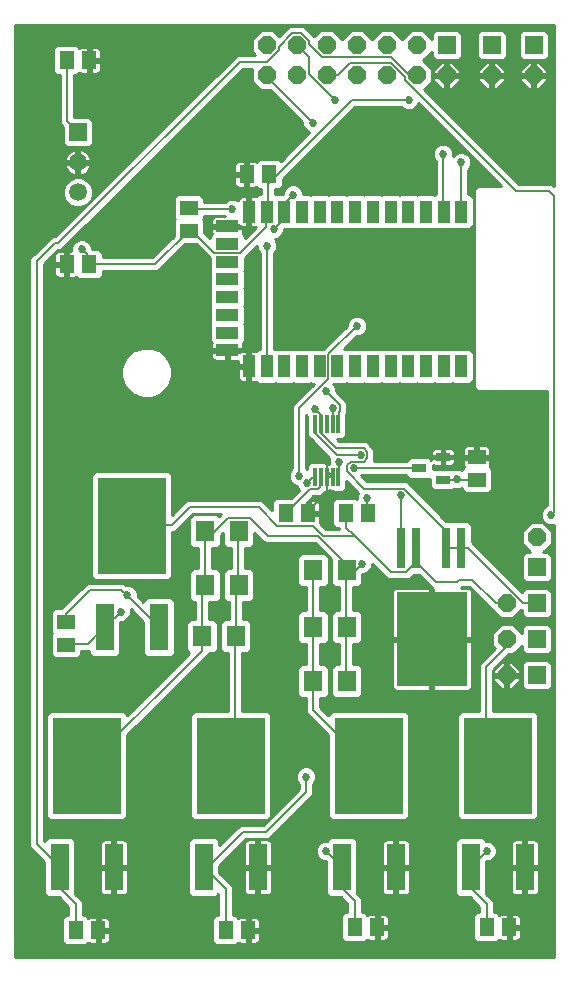
<source format=gtl>
G75*
%MOIN*%
%OFA0B0*%
%FSLAX24Y24*%
%IPPOS*%
%LPD*%
%AMOC8*
5,1,8,0,0,1.08239X$1,22.5*
%
%ADD10R,0.2362X0.3150*%
%ADD11R,0.0315X0.1378*%
%ADD12R,0.0591X0.0591*%
%ADD13C,0.0591*%
%ADD14R,0.0512X0.0591*%
%ADD15R,0.0120X0.0591*%
%ADD16R,0.2283X0.3228*%
%ADD17R,0.0630X0.1575*%
%ADD18R,0.0472X0.0315*%
%ADD19R,0.0591X0.0512*%
%ADD20R,0.0630X0.0710*%
%ADD21R,0.0394X0.0748*%
%ADD22R,0.0748X0.0394*%
%ADD23OC8,0.0591*%
%ADD24C,0.0060*%
%ADD25C,0.0270*%
%ADD26C,0.0100*%
D10*
X014581Y010950D03*
D11*
X015057Y014001D03*
X015557Y014001D03*
X014057Y014001D03*
X013557Y014001D03*
D12*
X018081Y013350D03*
X018081Y012150D03*
X018081Y010950D03*
X018081Y009750D03*
X017981Y030750D03*
X016581Y030750D03*
X015081Y030750D03*
X002781Y027850D03*
D13*
X002781Y026850D03*
X002781Y025850D03*
D14*
X003155Y023450D03*
X002407Y023450D03*
X002407Y030250D03*
X003155Y030250D03*
X008407Y026450D03*
X009155Y026450D03*
X009707Y015150D03*
X010455Y015150D03*
X011707Y015150D03*
X012455Y015150D03*
X012755Y001350D03*
X012007Y001350D03*
X008455Y001250D03*
X007707Y001250D03*
X003455Y001250D03*
X002707Y001250D03*
X016407Y001350D03*
X017155Y001350D03*
D15*
X011468Y016355D03*
X011271Y016355D03*
X011074Y016355D03*
X010878Y016355D03*
X010681Y016355D03*
X010681Y018126D03*
X010878Y018126D03*
X011074Y018126D03*
X011271Y018126D03*
X011468Y018126D03*
D16*
X004581Y014736D03*
X003081Y006736D03*
X007881Y006736D03*
X012481Y006736D03*
X016781Y006736D03*
D17*
X017686Y003350D03*
X015875Y003350D03*
X013386Y003350D03*
X011575Y003350D03*
X008786Y003350D03*
X006975Y003350D03*
X003986Y003350D03*
X002175Y003350D03*
X003675Y011350D03*
X005486Y011350D03*
D18*
X014167Y016650D03*
X014955Y016276D03*
X014955Y017024D03*
D19*
X016081Y017024D03*
X016081Y016276D03*
X006481Y024576D03*
X006481Y025324D03*
X002381Y011524D03*
X002381Y010776D03*
D20*
X006921Y011050D03*
X008041Y011050D03*
X008141Y012750D03*
X008141Y014550D03*
X007021Y014550D03*
X007021Y012750D03*
X010621Y013250D03*
X011741Y013250D03*
X011741Y011350D03*
X011741Y009550D03*
X010621Y009550D03*
X010621Y011350D03*
D21*
X010843Y020050D03*
X011433Y020050D03*
X012024Y020050D03*
X012615Y020050D03*
X013205Y020050D03*
X013796Y020050D03*
X014386Y020050D03*
X014977Y020050D03*
X015567Y020050D03*
X015567Y025207D03*
X014977Y025207D03*
X014386Y025207D03*
X013796Y025207D03*
X013205Y025207D03*
X012615Y025207D03*
X012024Y025207D03*
X011433Y025207D03*
X010843Y025207D03*
X010252Y025207D03*
X009662Y025207D03*
X009071Y025207D03*
X008481Y025207D03*
X008481Y020050D03*
X009071Y020050D03*
X009662Y020050D03*
X010252Y020050D03*
D22*
X007756Y020581D03*
X007756Y021172D03*
X007756Y021763D03*
X007756Y022353D03*
X007756Y022944D03*
X007756Y023534D03*
X007756Y024125D03*
X007756Y024715D03*
D23*
X009081Y029750D03*
X009081Y030750D03*
X010081Y030750D03*
X010081Y029750D03*
X011081Y029750D03*
X011081Y030750D03*
X012081Y030750D03*
X012081Y029750D03*
X013081Y029750D03*
X013081Y030750D03*
X014081Y030750D03*
X014081Y029750D03*
X015081Y029750D03*
X016581Y029750D03*
X017981Y029750D03*
X018081Y014350D03*
X017081Y012150D03*
X017081Y010950D03*
X017081Y009750D03*
D24*
X016381Y010025D02*
X017081Y010725D01*
X017081Y010950D01*
X016381Y010025D02*
X016381Y007150D01*
X016781Y006750D01*
X016781Y006736D01*
X016406Y003900D02*
X015881Y003375D01*
X015875Y003350D01*
X015881Y003350D01*
X015881Y002650D01*
X016406Y002125D01*
X016406Y001350D01*
X016407Y001350D01*
X012481Y006736D02*
X012481Y006750D01*
X010631Y008600D01*
X010631Y009525D01*
X010621Y009550D01*
X010631Y009550D01*
X010631Y011350D01*
X010621Y011350D01*
X010631Y011375D01*
X010631Y013250D01*
X010621Y013250D01*
X011731Y013450D02*
X010781Y014400D01*
X009106Y014400D01*
X008506Y015000D01*
X007781Y015000D01*
X007056Y014275D01*
X007021Y014550D01*
X007031Y014550D01*
X007031Y012775D01*
X007021Y012750D01*
X007006Y012750D01*
X006931Y012675D01*
X006931Y011050D01*
X006921Y011050D01*
X006906Y011025D01*
X006906Y010575D01*
X003081Y006750D01*
X003081Y006736D01*
X001406Y004125D02*
X002181Y003350D01*
X002175Y003350D01*
X002181Y003350D02*
X002181Y002650D01*
X002706Y002125D01*
X002706Y001250D01*
X002707Y001250D01*
X001406Y004125D02*
X001406Y023550D01*
X002006Y024150D01*
X002131Y024150D01*
X008181Y030200D01*
X009081Y030200D01*
X009481Y030600D01*
X009481Y030700D01*
X009931Y031150D01*
X010231Y031150D01*
X010481Y030900D01*
X010481Y030800D01*
X010931Y030350D01*
X013206Y030350D01*
X013806Y029750D01*
X014081Y029750D01*
X013681Y029700D02*
X013681Y029600D01*
X017381Y025900D01*
X018481Y025900D01*
X018656Y025725D01*
X018656Y015200D01*
X018556Y015100D01*
X015781Y014000D02*
X017631Y012150D01*
X018081Y012150D01*
X017081Y012150D02*
X016706Y012150D01*
X015931Y012925D01*
X015481Y012925D01*
X015406Y012850D01*
X014731Y012850D01*
X014056Y013525D01*
X014057Y014001D01*
X014056Y014000D01*
X014056Y013525D01*
X013731Y013200D01*
X013206Y013200D01*
X011993Y014413D01*
X011981Y014400D01*
X010956Y014400D01*
X010631Y014725D01*
X009431Y014725D01*
X008806Y015350D01*
X006506Y015350D01*
X005906Y014750D01*
X004581Y014750D01*
X004581Y014736D01*
X004231Y012600D02*
X004418Y012413D01*
X004431Y012425D01*
X004418Y012413D02*
X005481Y011350D01*
X005486Y011350D01*
X004206Y011875D02*
X003681Y011350D01*
X003675Y011350D01*
X003656Y011350D01*
X003106Y010800D01*
X002381Y010800D01*
X002381Y010776D01*
X002381Y011524D02*
X002381Y011800D01*
X003181Y012600D01*
X004231Y012600D01*
X008031Y006900D02*
X007881Y006750D01*
X007881Y006736D01*
X008031Y006900D02*
X008031Y011025D01*
X008041Y011050D01*
X008056Y011050D01*
X008056Y012675D01*
X008131Y012750D01*
X008141Y012750D01*
X008131Y012775D01*
X008131Y014550D01*
X008141Y014550D01*
X009707Y015150D02*
X009731Y015150D01*
X010531Y015950D01*
X010781Y015950D01*
X010856Y016025D01*
X010856Y016350D01*
X010878Y016355D01*
X011074Y016355D02*
X011081Y016375D01*
X011081Y016750D01*
X011081Y016800D01*
X011081Y017025D02*
X011081Y016545D01*
X011271Y016355D01*
X011256Y016350D01*
X011081Y016350D01*
X011081Y015850D01*
X010455Y015224D01*
X010455Y015150D01*
X010406Y016150D02*
X010631Y016375D01*
X010681Y016375D01*
X010681Y016355D01*
X011074Y016355D02*
X011081Y016350D01*
X011468Y016355D02*
X011481Y016375D01*
X011481Y016875D01*
X011406Y017100D02*
X012206Y017100D01*
X012306Y016875D02*
X012431Y017000D01*
X012431Y017200D01*
X012306Y017325D01*
X011381Y017325D01*
X010881Y017825D01*
X010881Y018125D01*
X010878Y018126D01*
X010881Y018150D01*
X010881Y018425D01*
X010681Y018625D01*
X010681Y018126D02*
X010681Y017825D01*
X011406Y017100D01*
X011081Y017025D02*
X011056Y017050D01*
X010756Y017050D01*
X010156Y016400D02*
X010156Y018650D01*
X011131Y019625D01*
X011131Y020450D01*
X012081Y021400D01*
X011056Y019225D02*
X011506Y018775D01*
X011506Y018575D01*
X011481Y018550D01*
X011481Y018150D01*
X011468Y018126D01*
X011281Y018150D02*
X011281Y018675D01*
X011281Y018150D02*
X011271Y018126D01*
X011881Y016875D02*
X011756Y016750D01*
X011756Y016550D01*
X012331Y015975D01*
X013656Y015975D01*
X015056Y014575D01*
X015056Y014025D01*
X015057Y014001D01*
X015081Y014000D01*
X015556Y014000D01*
X015557Y014001D01*
X015581Y014000D01*
X015781Y014000D01*
X016081Y016275D02*
X015406Y016275D01*
X015406Y016300D01*
X015406Y016275D02*
X014956Y016275D01*
X014955Y016276D01*
X014167Y016650D02*
X011981Y016650D01*
X011881Y016875D02*
X012306Y016875D01*
X012431Y015650D02*
X012431Y015150D01*
X012455Y015150D01*
X011731Y014675D02*
X011993Y014413D01*
X011731Y014675D02*
X011731Y015150D01*
X011707Y015150D01*
X011731Y013450D02*
X011731Y013275D01*
X011741Y013250D01*
X011756Y012975D01*
X012256Y013475D01*
X011741Y013250D02*
X011731Y013250D01*
X011731Y011375D01*
X011741Y011350D01*
X011731Y011350D01*
X011731Y009550D01*
X011741Y009550D01*
X010381Y006375D02*
X010381Y005850D01*
X009056Y004525D01*
X008281Y004525D01*
X007056Y003300D01*
X006975Y003350D01*
X006981Y003350D01*
X007706Y002625D01*
X007706Y001250D01*
X007707Y001250D01*
X011056Y003900D02*
X011581Y003375D01*
X011575Y003350D01*
X011581Y003350D01*
X011581Y002650D01*
X012006Y002225D01*
X012006Y001350D01*
X012007Y001350D01*
X013557Y014001D02*
X013556Y014025D01*
X013556Y015750D01*
X016081Y016275D02*
X016081Y016276D01*
X015567Y025207D02*
X015556Y025225D01*
X015556Y026850D01*
X014956Y027125D02*
X014956Y025225D01*
X014977Y025207D01*
X013806Y028925D02*
X011906Y028925D01*
X009156Y026175D01*
X009155Y026450D01*
X009131Y026450D01*
X009131Y025275D01*
X009081Y025225D01*
X009071Y025207D01*
X009056Y025200D01*
X009056Y024700D01*
X008181Y023825D01*
X007331Y023825D01*
X006581Y024575D01*
X006506Y024575D01*
X006481Y024576D01*
X006481Y024575D01*
X005356Y023450D01*
X003155Y023450D01*
X003381Y023475D01*
X002906Y023950D01*
X002781Y027850D02*
X002781Y027875D01*
X002431Y028225D01*
X002431Y030250D01*
X002407Y030250D01*
X006481Y025324D02*
X006481Y025300D01*
X007931Y025300D01*
X009081Y024075D02*
X009081Y020050D01*
X009071Y020050D01*
X009581Y017050D02*
X009606Y017050D01*
X009306Y024625D02*
X009656Y024975D01*
X009656Y025200D01*
X009662Y025207D01*
X009681Y025225D01*
X009681Y025500D01*
X009956Y025775D01*
X010606Y028175D02*
X009081Y029700D01*
X009081Y029750D01*
X010081Y030750D02*
X010481Y030350D01*
X010481Y029800D01*
X011356Y028925D01*
X011456Y029750D02*
X011081Y029750D01*
X011456Y029750D02*
X011856Y030150D01*
X013231Y030150D01*
X013681Y029700D01*
D25*
X013806Y028925D03*
X014956Y027125D03*
X015556Y026850D03*
X012081Y021400D03*
X011056Y019225D03*
X011281Y018675D03*
X010681Y018625D03*
X010756Y017050D03*
X010156Y016400D03*
X010406Y016150D03*
X009606Y017050D03*
X011481Y016875D03*
X011981Y016650D03*
X012206Y017100D03*
X012431Y015650D03*
X013556Y015750D03*
X012256Y013475D03*
X015406Y016300D03*
X018556Y015100D03*
X016406Y003900D03*
X011056Y003900D03*
X010381Y006375D03*
X004431Y012425D03*
X004206Y011875D03*
X002906Y023950D03*
X007931Y025300D03*
X009081Y024075D03*
X009306Y024625D03*
X009956Y025775D03*
X010606Y028175D03*
X011356Y028925D03*
D26*
X000688Y031439D02*
X000688Y000357D01*
X018643Y000357D01*
X018643Y014766D01*
X018624Y014758D01*
X018488Y014758D01*
X018362Y014810D01*
X018265Y014906D01*
X018213Y015032D01*
X018213Y015168D01*
X018265Y015294D01*
X018362Y015390D01*
X018418Y015414D01*
X018418Y019243D01*
X016095Y019243D01*
X015973Y019364D01*
X015973Y025936D01*
X016095Y026057D01*
X016887Y026057D01*
X014131Y028814D01*
X014130Y028814D01*
X014131Y028814D02*
X014096Y028731D01*
X014000Y028635D01*
X013874Y028583D01*
X013738Y028583D01*
X013612Y028635D01*
X013559Y028688D01*
X012004Y028688D01*
X009618Y026302D01*
X009618Y026069D01*
X009497Y025947D01*
X009368Y025947D01*
X009368Y025778D01*
X009379Y025789D01*
X009613Y025789D01*
X009613Y025843D01*
X009665Y025969D01*
X009762Y026065D01*
X009888Y026117D01*
X010024Y026117D01*
X010150Y026065D01*
X010246Y025969D01*
X010298Y025843D01*
X010298Y025789D01*
X010535Y025789D01*
X010548Y025776D01*
X010560Y025789D01*
X011126Y025789D01*
X011138Y025776D01*
X011151Y025789D01*
X011716Y025789D01*
X011729Y025776D01*
X011741Y025789D01*
X012307Y025789D01*
X012319Y025776D01*
X012332Y025789D01*
X012897Y025789D01*
X012910Y025776D01*
X012922Y025789D01*
X013488Y025789D01*
X013500Y025776D01*
X013513Y025789D01*
X014078Y025789D01*
X014091Y025776D01*
X014103Y025789D01*
X014669Y025789D01*
X014681Y025776D01*
X014694Y025789D01*
X014718Y025789D01*
X014718Y026878D01*
X014665Y026931D01*
X014613Y027057D01*
X014613Y027193D01*
X014665Y027319D01*
X014762Y027415D01*
X014888Y027467D01*
X015024Y027467D01*
X015150Y027415D01*
X015246Y027319D01*
X015298Y027193D01*
X015298Y027077D01*
X015362Y027140D01*
X015488Y027192D01*
X015624Y027192D01*
X015750Y027140D01*
X015846Y027044D01*
X015898Y026918D01*
X015898Y026782D01*
X015846Y026656D01*
X015793Y026603D01*
X015793Y025789D01*
X015850Y025789D01*
X015972Y025667D01*
X015972Y024748D01*
X015850Y024626D01*
X015285Y024626D01*
X015272Y024638D01*
X015260Y024626D01*
X014694Y024626D01*
X014681Y024638D01*
X014669Y024626D01*
X014103Y024626D01*
X014091Y024638D01*
X014078Y024626D01*
X013513Y024626D01*
X013500Y024638D01*
X013488Y024626D01*
X012922Y024626D01*
X012910Y024638D01*
X012897Y024626D01*
X012332Y024626D01*
X012319Y024638D01*
X012307Y024626D01*
X011741Y024626D01*
X011729Y024638D01*
X011716Y024626D01*
X011151Y024626D01*
X011138Y024638D01*
X011126Y024626D01*
X010560Y024626D01*
X010548Y024638D01*
X010535Y024626D01*
X009970Y024626D01*
X009957Y024638D01*
X009945Y024626D01*
X009648Y024626D01*
X009648Y024557D01*
X009596Y024431D01*
X009500Y024335D01*
X009374Y024283D01*
X015973Y024283D01*
X015973Y024381D02*
X009546Y024381D01*
X009616Y024480D02*
X015973Y024480D01*
X015973Y024578D02*
X009648Y024578D01*
X009374Y024283D02*
X009358Y024283D01*
X009371Y024269D01*
X009423Y024143D01*
X009423Y024007D01*
X009371Y023881D01*
X009318Y023828D01*
X009318Y020631D01*
X009354Y020631D01*
X009367Y020619D01*
X009379Y020631D01*
X009945Y020631D01*
X009957Y020619D01*
X009970Y020631D01*
X010535Y020631D01*
X010548Y020619D01*
X010560Y020631D01*
X010976Y020631D01*
X011032Y020687D01*
X011738Y021393D01*
X011738Y021468D01*
X011790Y021594D01*
X011887Y021690D01*
X012013Y021742D01*
X012149Y021742D01*
X012275Y021690D01*
X012371Y021594D01*
X012423Y021468D01*
X012423Y021332D01*
X012371Y021206D01*
X012275Y021110D01*
X012149Y021058D01*
X012074Y021058D01*
X011648Y020631D01*
X011716Y020631D01*
X011729Y020619D01*
X011741Y020631D01*
X012307Y020631D01*
X012319Y020619D01*
X012332Y020631D01*
X012897Y020631D01*
X012910Y020619D01*
X012922Y020631D01*
X013488Y020631D01*
X013500Y020619D01*
X013513Y020631D01*
X014078Y020631D01*
X014091Y020619D01*
X014103Y020631D01*
X014669Y020631D01*
X014681Y020619D01*
X014694Y020631D01*
X015260Y020631D01*
X015272Y020619D01*
X015285Y020631D01*
X015850Y020631D01*
X015972Y020510D01*
X015972Y019590D01*
X015850Y019469D01*
X015285Y019469D01*
X015272Y019481D01*
X015260Y019469D01*
X014694Y019469D01*
X014681Y019481D01*
X014669Y019469D01*
X014103Y019469D01*
X014091Y019481D01*
X014078Y019469D01*
X013513Y019469D01*
X013500Y019481D01*
X013488Y019469D01*
X012922Y019469D01*
X012910Y019481D01*
X012897Y019469D01*
X012332Y019469D01*
X012319Y019481D01*
X012307Y019469D01*
X011741Y019469D01*
X011729Y019481D01*
X011716Y019469D01*
X011310Y019469D01*
X011303Y019462D01*
X011346Y019419D01*
X011398Y019293D01*
X011398Y019218D01*
X011743Y018873D01*
X011743Y018477D01*
X011736Y018469D01*
X011736Y018128D01*
X011737Y018125D01*
X011736Y018123D01*
X011736Y017745D01*
X011614Y017624D01*
X011418Y017624D01*
X011479Y017562D01*
X012404Y017562D01*
X012529Y017437D01*
X012668Y017298D01*
X012668Y016902D01*
X012654Y016887D01*
X013724Y016887D01*
X013724Y016893D01*
X013845Y017015D01*
X014489Y017015D01*
X014569Y016936D01*
X014569Y016995D01*
X014926Y016995D01*
X014983Y016995D01*
X014983Y016717D01*
X015211Y016717D01*
X015249Y016727D01*
X015283Y016747D01*
X015311Y016774D01*
X015331Y016809D01*
X015341Y016847D01*
X015341Y016995D01*
X014983Y016995D01*
X014983Y017053D01*
X014926Y017053D01*
X014926Y017331D01*
X014699Y017331D01*
X014661Y017321D01*
X014626Y017302D01*
X014598Y017274D01*
X014579Y017239D01*
X014569Y017201D01*
X014569Y017053D01*
X014926Y017053D01*
X014926Y016995D01*
X014926Y016717D01*
X014699Y016717D01*
X014661Y016727D01*
X014626Y016747D01*
X014611Y016762D01*
X014611Y016619D01*
X014633Y016641D01*
X015277Y016641D01*
X015294Y016624D01*
X015338Y016642D01*
X015474Y016642D01*
X015578Y016599D01*
X015578Y016618D01*
X015655Y016695D01*
X015646Y016710D01*
X015635Y016748D01*
X015635Y016974D01*
X016031Y016974D01*
X016031Y017074D01*
X016031Y017430D01*
X015766Y017430D01*
X015728Y017420D01*
X015693Y017400D01*
X015665Y017372D01*
X015646Y017338D01*
X015635Y017300D01*
X015635Y017074D01*
X016031Y017074D01*
X016131Y017074D01*
X016526Y017074D01*
X016526Y017300D01*
X016516Y017338D01*
X016496Y017372D01*
X016468Y017400D01*
X016434Y017420D01*
X016396Y017430D01*
X016131Y017430D01*
X016131Y017074D01*
X016131Y016974D01*
X016526Y016974D01*
X016526Y016748D01*
X016516Y016710D01*
X016507Y016695D01*
X016583Y016618D01*
X016583Y015934D01*
X016462Y015813D01*
X015699Y015813D01*
X015578Y015934D01*
X015578Y016001D01*
X015474Y015958D01*
X015338Y015958D01*
X015328Y015962D01*
X015277Y015911D01*
X014633Y015911D01*
X014511Y016033D01*
X014511Y016307D01*
X014489Y016285D01*
X013845Y016285D01*
X013724Y016407D01*
X013724Y016413D01*
X012229Y016413D01*
X012429Y016212D01*
X013754Y016212D01*
X015069Y014898D01*
X015301Y014898D01*
X015307Y014891D01*
X015314Y014898D01*
X015801Y014898D01*
X015922Y014776D01*
X015922Y014195D01*
X016018Y014098D01*
X017582Y012535D01*
X017699Y012653D01*
X018462Y012653D01*
X018583Y012531D01*
X018583Y011769D01*
X018462Y011647D01*
X017699Y011647D01*
X017578Y011769D01*
X017578Y011913D01*
X017554Y011913D01*
X017289Y011647D01*
X016872Y011647D01*
X016578Y011942D01*
X016578Y011942D01*
X015832Y012688D01*
X015579Y012688D01*
X015566Y012675D01*
X015782Y012675D01*
X015820Y012665D01*
X015854Y012645D01*
X015882Y012617D01*
X015902Y012583D01*
X015912Y012545D01*
X015912Y011000D01*
X014631Y011000D01*
X014631Y010900D01*
X015912Y010900D01*
X015912Y009355D01*
X015902Y009317D01*
X015882Y009283D01*
X015854Y009255D01*
X015820Y009235D01*
X015782Y009225D01*
X014631Y009225D01*
X014631Y010900D01*
X014531Y010900D01*
X014531Y009225D01*
X013380Y009225D01*
X013342Y009235D01*
X013308Y009255D01*
X013280Y009283D01*
X013260Y009317D01*
X013250Y009355D01*
X013250Y010900D01*
X014531Y010900D01*
X014531Y011000D01*
X014531Y012675D01*
X013380Y012675D01*
X013342Y012665D01*
X013308Y012645D01*
X013280Y012617D01*
X013260Y012583D01*
X013250Y012545D01*
X013250Y011000D01*
X014531Y011000D01*
X014631Y011000D01*
X014631Y012614D01*
X014140Y013105D01*
X013971Y013105D01*
X013829Y012963D01*
X013107Y012963D01*
X012968Y013102D01*
X012598Y013472D01*
X012598Y013407D01*
X012546Y013281D01*
X012450Y013185D01*
X012324Y013133D01*
X012263Y013133D01*
X012263Y012809D01*
X012141Y012688D01*
X011968Y012688D01*
X011968Y011912D01*
X012141Y011912D01*
X012263Y011791D01*
X012263Y010909D01*
X012141Y010788D01*
X011968Y010788D01*
X011968Y010112D01*
X012141Y010112D01*
X012263Y009991D01*
X012263Y009109D01*
X012141Y008988D01*
X011340Y008988D01*
X011218Y009109D01*
X011218Y009991D01*
X011340Y010112D01*
X011493Y010112D01*
X011493Y010788D01*
X011340Y010788D01*
X011218Y010909D01*
X011218Y011791D01*
X011340Y011912D01*
X011493Y011912D01*
X011493Y012688D01*
X011340Y012688D01*
X011218Y012809D01*
X011218Y013627D01*
X010682Y014163D01*
X009007Y014163D01*
X008663Y014507D01*
X008663Y014109D01*
X008541Y013988D01*
X008368Y013988D01*
X008368Y013312D01*
X008541Y013312D01*
X008663Y013191D01*
X008663Y012309D01*
X008541Y012188D01*
X008293Y012188D01*
X008293Y011612D01*
X008441Y011612D01*
X008563Y011491D01*
X008563Y010609D01*
X008441Y010488D01*
X008268Y010488D01*
X008268Y008557D01*
X009108Y008557D01*
X009230Y008436D01*
X009230Y005036D01*
X009108Y004914D01*
X006653Y004914D01*
X006531Y005036D01*
X006531Y008436D01*
X006653Y008557D01*
X007793Y008557D01*
X007793Y010488D01*
X007640Y010488D01*
X007518Y010609D01*
X007518Y011491D01*
X007640Y011612D01*
X007818Y011612D01*
X007818Y012188D01*
X007740Y012188D01*
X007618Y012309D01*
X007618Y013191D01*
X007740Y013312D01*
X007893Y013312D01*
X007893Y013988D01*
X007740Y013988D01*
X007618Y014109D01*
X007618Y014502D01*
X007543Y014427D01*
X007543Y014109D01*
X007422Y013988D01*
X007268Y013988D01*
X007268Y013312D01*
X007422Y013312D01*
X007543Y013191D01*
X007543Y012309D01*
X007422Y012188D01*
X007168Y012188D01*
X007168Y011612D01*
X007322Y011612D01*
X007443Y011491D01*
X007443Y010609D01*
X007322Y010488D01*
X007143Y010488D01*
X007143Y010477D01*
X004430Y007763D01*
X004430Y005036D01*
X004308Y004914D01*
X001853Y004914D01*
X001731Y005036D01*
X001731Y008436D01*
X001853Y008557D01*
X004308Y008557D01*
X004430Y008436D01*
X004430Y008435D01*
X006501Y010506D01*
X006398Y010609D01*
X006398Y011491D01*
X006520Y011612D01*
X006693Y011612D01*
X006693Y012188D01*
X006620Y012188D01*
X006498Y012309D01*
X006498Y013191D01*
X006620Y013312D01*
X006793Y013312D01*
X006793Y013988D01*
X006620Y013988D01*
X006498Y014109D01*
X006498Y014991D01*
X006620Y015112D01*
X007422Y015112D01*
X007490Y015045D01*
X007557Y015113D01*
X006604Y015113D01*
X006004Y014513D01*
X005930Y014513D01*
X005930Y013036D01*
X005808Y012914D01*
X003353Y012914D01*
X003231Y013036D01*
X003231Y016436D01*
X003353Y016557D01*
X005808Y016557D01*
X005930Y016436D01*
X005930Y015110D01*
X006268Y015448D01*
X006407Y015587D01*
X008904Y015587D01*
X009243Y015248D01*
X009243Y015531D01*
X009365Y015653D01*
X009898Y015653D01*
X010158Y015913D01*
X010115Y015956D01*
X010070Y016065D01*
X009962Y016110D01*
X009865Y016206D01*
X009813Y016332D01*
X009813Y016468D01*
X009865Y016594D01*
X009918Y016647D01*
X009918Y018748D01*
X010057Y018887D01*
X010638Y019469D01*
X010560Y019469D01*
X010548Y019481D01*
X010535Y019469D01*
X009970Y019469D01*
X009957Y019481D01*
X009945Y019469D01*
X009379Y019469D01*
X009367Y019481D01*
X009354Y019469D01*
X008788Y019469D01*
X008724Y019533D01*
X008697Y019526D01*
X008529Y019526D01*
X008529Y020002D01*
X008432Y020002D01*
X008134Y020002D01*
X008134Y019656D01*
X008144Y019618D01*
X008164Y019584D01*
X008192Y019556D01*
X008226Y019536D01*
X008264Y019526D01*
X008432Y019526D01*
X008432Y020002D01*
X008432Y020098D01*
X008134Y020098D01*
X008134Y020235D01*
X007805Y020235D01*
X007805Y020533D01*
X007805Y020630D01*
X008280Y020630D01*
X008280Y020798D01*
X008273Y020825D01*
X008338Y020889D01*
X008338Y021455D01*
X008325Y021467D01*
X008338Y021480D01*
X008338Y022045D01*
X008325Y022058D01*
X008338Y022070D01*
X008338Y022636D01*
X008325Y022648D01*
X008338Y022661D01*
X008338Y023226D01*
X008325Y023239D01*
X008338Y023251D01*
X008338Y023646D01*
X008738Y024047D01*
X008738Y024007D01*
X008790Y023881D01*
X008843Y023828D01*
X008843Y020631D01*
X008788Y020631D01*
X008724Y020567D01*
X008697Y020574D01*
X008529Y020574D01*
X008529Y020098D01*
X008432Y020098D01*
X008432Y020574D01*
X008264Y020574D01*
X008226Y020564D01*
X008192Y020544D01*
X008181Y020533D01*
X007805Y020533D01*
X007708Y020533D01*
X007708Y020235D01*
X007363Y020235D01*
X007324Y020245D01*
X007290Y020265D01*
X007262Y020293D01*
X007243Y020327D01*
X007232Y020365D01*
X007232Y020533D01*
X007708Y020533D01*
X007708Y020630D01*
X007232Y020630D01*
X007232Y020798D01*
X007239Y020825D01*
X007175Y020889D01*
X007175Y021455D01*
X007187Y021467D01*
X007175Y021480D01*
X007175Y022045D01*
X007187Y022058D01*
X007175Y022070D01*
X007175Y022636D01*
X007187Y022648D01*
X007175Y022661D01*
X007175Y023226D01*
X007187Y023239D01*
X007175Y023251D01*
X007175Y023645D01*
X006707Y024113D01*
X006354Y024113D01*
X005454Y023213D01*
X003618Y023213D01*
X003618Y023069D01*
X003497Y022947D01*
X002813Y022947D01*
X002736Y023024D01*
X002720Y023015D01*
X002682Y023005D01*
X002457Y023005D01*
X002457Y023400D01*
X002357Y023400D01*
X002357Y023005D01*
X002131Y023005D01*
X002093Y023015D01*
X002059Y023035D01*
X002031Y023063D01*
X002011Y023097D01*
X002001Y023135D01*
X002001Y023400D01*
X002357Y023400D01*
X002357Y023500D01*
X002357Y023895D01*
X002131Y023895D01*
X002093Y023885D01*
X002059Y023865D01*
X002031Y023837D01*
X002011Y023803D01*
X002001Y023765D01*
X002001Y023500D01*
X002357Y023500D01*
X002457Y023500D01*
X002457Y023895D01*
X002563Y023895D01*
X002563Y024018D01*
X002615Y024144D01*
X002712Y024240D01*
X002838Y024292D01*
X002974Y024292D01*
X003100Y024240D01*
X003196Y024144D01*
X003248Y024018D01*
X003248Y023953D01*
X003497Y023953D01*
X003618Y023831D01*
X003618Y023687D01*
X005257Y023687D01*
X005978Y024408D01*
X005978Y024918D01*
X006010Y024950D01*
X005978Y024982D01*
X005978Y025666D01*
X006099Y025787D01*
X006862Y025787D01*
X006983Y025666D01*
X006983Y025537D01*
X007684Y025537D01*
X007737Y025590D01*
X007863Y025642D01*
X007999Y025642D01*
X008125Y025590D01*
X008134Y025581D01*
X008134Y025601D01*
X008144Y025639D01*
X008164Y025674D01*
X008192Y025702D01*
X008226Y025721D01*
X008264Y025731D01*
X008432Y025731D01*
X008432Y025256D01*
X008529Y025256D01*
X008529Y025731D01*
X008697Y025731D01*
X008724Y025724D01*
X008788Y025789D01*
X008893Y025789D01*
X008893Y025947D01*
X008813Y025947D01*
X008736Y026024D01*
X008720Y026015D01*
X008682Y026005D01*
X008457Y026005D01*
X008457Y026400D01*
X008357Y026400D01*
X008357Y026005D01*
X008131Y026005D01*
X008093Y026015D01*
X008059Y026035D01*
X008031Y026063D01*
X008011Y026097D01*
X008001Y026135D01*
X008001Y026400D01*
X008357Y026400D01*
X008357Y026500D01*
X008357Y026895D01*
X008131Y026895D01*
X008093Y026885D01*
X008059Y026865D01*
X008031Y026837D01*
X008011Y026803D01*
X008001Y026765D01*
X008001Y026500D01*
X008357Y026500D01*
X008457Y026500D01*
X008457Y026895D01*
X008682Y026895D01*
X008720Y026885D01*
X008736Y026876D01*
X008813Y026953D01*
X009497Y026953D01*
X009547Y026902D01*
X010495Y027850D01*
X010412Y027885D01*
X010315Y027981D01*
X010263Y028107D01*
X010263Y028182D01*
X009198Y029247D01*
X008872Y029247D01*
X008578Y029542D01*
X008578Y029958D01*
X008582Y029963D01*
X008279Y029963D01*
X002368Y024052D01*
X002229Y023913D01*
X002104Y023913D01*
X001643Y023452D01*
X001643Y004223D01*
X001653Y004214D01*
X001653Y004223D01*
X001774Y004345D01*
X002576Y004345D01*
X002698Y004223D01*
X002698Y002477D01*
X002694Y002473D01*
X002943Y002223D01*
X002943Y001753D01*
X003049Y001753D01*
X003125Y001676D01*
X003141Y001685D01*
X003179Y001695D01*
X003405Y001695D01*
X003405Y001300D01*
X003505Y001300D01*
X003861Y001300D01*
X003861Y001565D01*
X003850Y001603D01*
X003831Y001637D01*
X003803Y001665D01*
X003769Y001685D01*
X003730Y001695D01*
X003505Y001695D01*
X003505Y001300D01*
X003505Y001200D01*
X003861Y001200D01*
X003861Y000935D01*
X003850Y000897D01*
X003831Y000863D01*
X003803Y000835D01*
X003769Y000815D01*
X003730Y000805D01*
X003505Y000805D01*
X003505Y001200D01*
X003405Y001200D01*
X003405Y000805D01*
X003179Y000805D01*
X003141Y000815D01*
X003125Y000824D01*
X003049Y000747D01*
X002365Y000747D01*
X002243Y000869D01*
X002243Y001631D01*
X002365Y001753D01*
X002468Y001753D01*
X002468Y002027D01*
X002140Y002355D01*
X001774Y002355D01*
X001653Y002477D01*
X001653Y003542D01*
X001168Y004027D01*
X001168Y023648D01*
X001307Y023787D01*
X001907Y024387D01*
X002032Y024387D01*
X008082Y030437D01*
X008682Y030437D01*
X008578Y030542D01*
X008578Y030958D01*
X008872Y031253D01*
X009289Y031253D01*
X009493Y031048D01*
X009832Y031387D01*
X010329Y031387D01*
X010468Y031248D01*
X010468Y031248D01*
X010668Y031048D01*
X010872Y031253D01*
X011289Y031253D01*
X011581Y030961D01*
X011872Y031253D01*
X012289Y031253D01*
X012581Y030961D01*
X012872Y031253D01*
X013289Y031253D01*
X013581Y030961D01*
X013872Y031253D01*
X014289Y031253D01*
X014578Y030964D01*
X014578Y031131D01*
X014699Y031253D01*
X015462Y031253D01*
X015583Y031131D01*
X015583Y030369D01*
X015462Y030247D01*
X014699Y030247D01*
X014578Y030369D01*
X014578Y030536D01*
X014292Y030250D01*
X014583Y029958D01*
X014583Y029542D01*
X014329Y029287D01*
X017479Y026137D01*
X018579Y026137D01*
X018643Y026073D01*
X018643Y031439D01*
X000688Y031439D01*
X000688Y031375D02*
X009819Y031375D01*
X009721Y031276D02*
X000688Y031276D01*
X000688Y031178D02*
X008797Y031178D01*
X008699Y031079D02*
X000688Y031079D01*
X000688Y030981D02*
X008600Y030981D01*
X008578Y030882D02*
X000688Y030882D01*
X000688Y030784D02*
X008578Y030784D01*
X008578Y030685D02*
X003468Y030685D01*
X003469Y030685D02*
X003430Y030695D01*
X003205Y030695D01*
X003205Y030300D01*
X003561Y030300D01*
X003561Y030565D01*
X003550Y030603D01*
X003531Y030637D01*
X003503Y030665D01*
X003469Y030685D01*
X003555Y030587D02*
X008578Y030587D01*
X008632Y030488D02*
X003561Y030488D01*
X003561Y030390D02*
X008034Y030390D01*
X007936Y030291D02*
X003205Y030291D01*
X003205Y030300D02*
X003205Y030200D01*
X003561Y030200D01*
X003561Y029935D01*
X003550Y029897D01*
X003531Y029863D01*
X003503Y029835D01*
X003469Y029815D01*
X003430Y029805D01*
X003205Y029805D01*
X003205Y030200D01*
X003105Y030200D01*
X003105Y029805D01*
X002879Y029805D01*
X002841Y029815D01*
X002825Y029824D01*
X002749Y029747D01*
X002668Y029747D01*
X002668Y028353D01*
X003162Y028353D01*
X003283Y028231D01*
X003283Y027469D01*
X003162Y027347D01*
X002399Y027347D01*
X002278Y027469D01*
X002278Y028042D01*
X002193Y028127D01*
X002193Y029747D01*
X002065Y029747D01*
X001943Y029869D01*
X001943Y030631D01*
X002065Y030753D01*
X002749Y030753D01*
X002825Y030676D01*
X002841Y030685D01*
X002816Y030685D01*
X002841Y030685D02*
X002879Y030695D01*
X003105Y030695D01*
X003105Y030300D01*
X003205Y030300D01*
X003205Y030390D02*
X003105Y030390D01*
X003105Y030488D02*
X003205Y030488D01*
X003205Y030587D02*
X003105Y030587D01*
X003105Y030685D02*
X003205Y030685D01*
X003205Y030193D02*
X003105Y030193D01*
X003105Y030094D02*
X003205Y030094D01*
X003205Y029996D02*
X003105Y029996D01*
X003105Y029897D02*
X003205Y029897D01*
X003550Y029897D02*
X007542Y029897D01*
X007443Y029799D02*
X002800Y029799D01*
X002668Y029700D02*
X007345Y029700D01*
X007246Y029602D02*
X002668Y029602D01*
X002668Y029503D02*
X007148Y029503D01*
X007049Y029405D02*
X002668Y029405D01*
X002668Y029306D02*
X006951Y029306D01*
X006852Y029208D02*
X002668Y029208D01*
X002668Y029109D02*
X006754Y029109D01*
X006655Y029011D02*
X002668Y029011D01*
X002668Y028912D02*
X006557Y028912D01*
X006458Y028814D02*
X002668Y028814D01*
X002668Y028715D02*
X006360Y028715D01*
X006261Y028617D02*
X002668Y028617D01*
X002668Y028518D02*
X006163Y028518D01*
X006064Y028420D02*
X002668Y028420D01*
X002193Y028420D02*
X000688Y028420D01*
X000688Y028518D02*
X002193Y028518D01*
X002193Y028617D02*
X000688Y028617D01*
X000688Y028715D02*
X002193Y028715D01*
X002193Y028814D02*
X000688Y028814D01*
X000688Y028912D02*
X002193Y028912D01*
X002193Y029011D02*
X000688Y029011D01*
X000688Y029109D02*
X002193Y029109D01*
X002193Y029208D02*
X000688Y029208D01*
X000688Y029306D02*
X002193Y029306D01*
X002193Y029405D02*
X000688Y029405D01*
X000688Y029503D02*
X002193Y029503D01*
X002193Y029602D02*
X000688Y029602D01*
X000688Y029700D02*
X002193Y029700D01*
X002014Y029799D02*
X000688Y029799D01*
X000688Y029897D02*
X001943Y029897D01*
X001943Y029996D02*
X000688Y029996D01*
X000688Y030094D02*
X001943Y030094D01*
X001943Y030193D02*
X000688Y030193D01*
X000688Y030291D02*
X001943Y030291D01*
X001943Y030390D02*
X000688Y030390D01*
X000688Y030488D02*
X001943Y030488D01*
X001943Y030587D02*
X000688Y030587D01*
X000688Y030685D02*
X001997Y030685D01*
X002193Y028321D02*
X000688Y028321D01*
X000688Y028223D02*
X002193Y028223D01*
X002196Y028124D02*
X000688Y028124D01*
X000688Y028026D02*
X002278Y028026D01*
X002278Y027927D02*
X000688Y027927D01*
X000688Y027829D02*
X002278Y027829D01*
X002278Y027730D02*
X000688Y027730D01*
X000688Y027632D02*
X002278Y027632D01*
X002278Y027533D02*
X000688Y027533D01*
X000688Y027435D02*
X002312Y027435D01*
X002491Y027190D02*
X002441Y027140D01*
X002400Y027083D01*
X002368Y027021D01*
X002346Y026954D01*
X002338Y026898D01*
X002732Y026898D01*
X002732Y026802D01*
X002338Y026802D01*
X002346Y026746D01*
X002368Y026679D01*
X002400Y026617D01*
X002441Y026560D01*
X002491Y026510D01*
X002547Y026469D01*
X002610Y026437D01*
X002676Y026416D01*
X002732Y026407D01*
X002732Y026802D01*
X002829Y026802D01*
X002829Y026898D01*
X003224Y026898D01*
X003215Y026954D01*
X003193Y027021D01*
X003162Y027083D01*
X003120Y027140D01*
X003071Y027190D01*
X003014Y027231D01*
X002952Y027263D01*
X002885Y027284D01*
X002829Y027293D01*
X002829Y026898D01*
X002732Y026898D01*
X002732Y027293D01*
X002676Y027284D01*
X002610Y027263D01*
X002547Y027231D01*
X002491Y027190D01*
X002440Y027139D02*
X000688Y027139D01*
X000688Y027041D02*
X002378Y027041D01*
X002344Y026942D02*
X000688Y026942D01*
X000688Y026844D02*
X002732Y026844D01*
X002829Y026844D02*
X004488Y026844D01*
X004587Y026942D02*
X003217Y026942D01*
X003183Y027041D02*
X004685Y027041D01*
X004784Y027139D02*
X003121Y027139D01*
X003001Y027238D02*
X004882Y027238D01*
X004981Y027336D02*
X000688Y027336D01*
X000688Y027238D02*
X002561Y027238D01*
X002732Y027238D02*
X002829Y027238D01*
X002829Y027139D02*
X002732Y027139D01*
X002732Y027041D02*
X002829Y027041D01*
X002829Y026942D02*
X002732Y026942D01*
X002829Y026802D02*
X003224Y026802D01*
X003215Y026746D01*
X003193Y026679D01*
X003162Y026617D01*
X003120Y026560D01*
X003071Y026510D01*
X003014Y026469D01*
X002952Y026437D01*
X002885Y026416D01*
X002829Y026407D01*
X002829Y026802D01*
X002829Y026745D02*
X002732Y026745D01*
X002732Y026647D02*
X002829Y026647D01*
X002829Y026548D02*
X002732Y026548D01*
X002732Y026450D02*
X002829Y026450D01*
X002881Y026353D02*
X002681Y026353D01*
X002496Y026276D01*
X002354Y026135D01*
X002278Y025950D01*
X002278Y025750D01*
X002354Y025565D01*
X002496Y025424D01*
X002681Y025347D01*
X002881Y025347D01*
X003065Y025424D01*
X003207Y025565D01*
X003283Y025750D01*
X003283Y025950D01*
X003207Y026135D01*
X003065Y026276D01*
X002881Y026353D01*
X002885Y026351D02*
X003996Y026351D01*
X004094Y026450D02*
X002976Y026450D01*
X003108Y026548D02*
X004193Y026548D01*
X004291Y026647D02*
X003177Y026647D01*
X003215Y026745D02*
X004390Y026745D01*
X004766Y026450D02*
X008357Y026450D01*
X008357Y026548D02*
X008457Y026548D01*
X008457Y026647D02*
X008357Y026647D01*
X008357Y026745D02*
X008457Y026745D01*
X008457Y026844D02*
X008357Y026844D01*
X008037Y026844D02*
X005160Y026844D01*
X005259Y026942D02*
X008802Y026942D01*
X008457Y026351D02*
X008357Y026351D01*
X008357Y026253D02*
X008457Y026253D01*
X008457Y026154D02*
X008357Y026154D01*
X008357Y026056D02*
X008457Y026056D01*
X008432Y025662D02*
X008529Y025662D01*
X008529Y025563D02*
X008432Y025563D01*
X008432Y025465D02*
X008529Y025465D01*
X008529Y025366D02*
X008432Y025366D01*
X008432Y025268D02*
X008529Y025268D01*
X008529Y025159D02*
X008529Y024683D01*
X008697Y024683D01*
X008706Y024686D01*
X008338Y024318D01*
X008338Y024408D01*
X008273Y024472D01*
X008280Y024499D01*
X008280Y024667D01*
X007805Y024667D01*
X007805Y024764D01*
X008151Y024764D01*
X008164Y024741D01*
X008192Y024713D01*
X008226Y024694D01*
X008264Y024683D01*
X008432Y024683D01*
X008432Y025159D01*
X008529Y025159D01*
X008529Y025071D02*
X008432Y025071D01*
X008432Y024972D02*
X008529Y024972D01*
X008529Y024874D02*
X008432Y024874D01*
X008432Y024775D02*
X008529Y024775D01*
X008696Y024677D02*
X007805Y024677D01*
X007708Y024677D02*
X006983Y024677D01*
X006983Y024775D02*
X007232Y024775D01*
X007232Y024764D02*
X007708Y024764D01*
X007708Y024667D01*
X007232Y024667D01*
X007232Y024499D01*
X007239Y024472D01*
X007175Y024408D01*
X007175Y024317D01*
X006983Y024508D01*
X006983Y024918D01*
X006951Y024950D01*
X006983Y024982D01*
X006983Y025063D01*
X007684Y025063D01*
X007684Y025062D01*
X007363Y025062D01*
X007324Y025052D01*
X007290Y025032D01*
X007262Y025004D01*
X007243Y024970D01*
X007232Y024932D01*
X007232Y024764D01*
X007232Y024874D02*
X006983Y024874D01*
X006973Y024972D02*
X007244Y024972D01*
X007232Y024578D02*
X006983Y024578D01*
X007012Y024480D02*
X007237Y024480D01*
X007175Y024381D02*
X007110Y024381D01*
X006931Y023889D02*
X006130Y023889D01*
X006229Y023987D02*
X006833Y023987D01*
X006734Y024086D02*
X006327Y024086D01*
X006032Y023790D02*
X007030Y023790D01*
X007128Y023692D02*
X005933Y023692D01*
X005835Y023593D02*
X007175Y023593D01*
X007175Y023495D02*
X005736Y023495D01*
X005638Y023396D02*
X007175Y023396D01*
X007175Y023298D02*
X005539Y023298D01*
X005360Y023790D02*
X003618Y023790D01*
X003618Y023692D02*
X005261Y023692D01*
X005458Y023889D02*
X003561Y023889D01*
X003248Y023987D02*
X005557Y023987D01*
X005655Y024086D02*
X003220Y024086D01*
X003156Y024184D02*
X005754Y024184D01*
X005852Y024283D02*
X002998Y024283D01*
X002814Y024283D02*
X002599Y024283D01*
X002655Y024184D02*
X002501Y024184D01*
X002591Y024086D02*
X002402Y024086D01*
X002304Y023987D02*
X002563Y023987D01*
X002457Y023889D02*
X002357Y023889D01*
X002357Y023790D02*
X002457Y023790D01*
X002457Y023692D02*
X002357Y023692D01*
X002357Y023593D02*
X002457Y023593D01*
X002357Y023495D02*
X001686Y023495D01*
X001643Y023396D02*
X002001Y023396D01*
X002001Y023298D02*
X001643Y023298D01*
X001643Y023199D02*
X002001Y023199D01*
X002010Y023101D02*
X001643Y023101D01*
X001643Y023002D02*
X002758Y023002D01*
X002457Y023101D02*
X002357Y023101D01*
X002357Y023199D02*
X002457Y023199D01*
X002457Y023298D02*
X002357Y023298D01*
X002357Y023396D02*
X002457Y023396D01*
X002001Y023593D02*
X001785Y023593D01*
X001883Y023692D02*
X002001Y023692D01*
X002007Y023790D02*
X001982Y023790D01*
X002080Y023889D02*
X002106Y023889D01*
X002124Y024480D02*
X000688Y024480D01*
X000688Y024578D02*
X002223Y024578D01*
X002321Y024677D02*
X000688Y024677D01*
X000688Y024775D02*
X002420Y024775D01*
X002518Y024874D02*
X000688Y024874D01*
X000688Y024972D02*
X002617Y024972D01*
X002715Y025071D02*
X000688Y025071D01*
X000688Y025169D02*
X002814Y025169D01*
X002912Y025268D02*
X000688Y025268D01*
X000688Y025366D02*
X002635Y025366D01*
X002455Y025465D02*
X000688Y025465D01*
X000688Y025563D02*
X002357Y025563D01*
X002315Y025662D02*
X000688Y025662D01*
X000688Y025760D02*
X002278Y025760D01*
X002278Y025859D02*
X000688Y025859D01*
X000688Y025957D02*
X002281Y025957D01*
X002322Y026056D02*
X000688Y026056D01*
X000688Y026154D02*
X002374Y026154D01*
X002472Y026253D02*
X000688Y026253D01*
X000688Y026351D02*
X002677Y026351D01*
X002586Y026450D02*
X000688Y026450D01*
X000688Y026548D02*
X002453Y026548D01*
X002385Y026647D02*
X000688Y026647D01*
X000688Y026745D02*
X002347Y026745D01*
X003089Y026253D02*
X003897Y026253D01*
X003799Y026154D02*
X003188Y026154D01*
X003240Y026056D02*
X003700Y026056D01*
X003602Y025957D02*
X003281Y025957D01*
X003283Y025859D02*
X003503Y025859D01*
X003405Y025760D02*
X003283Y025760D01*
X003306Y025662D02*
X003247Y025662D01*
X003208Y025563D02*
X003205Y025563D01*
X003109Y025465D02*
X003106Y025465D01*
X003011Y025366D02*
X002926Y025366D01*
X003190Y024874D02*
X005978Y024874D01*
X005988Y024972D02*
X003289Y024972D01*
X003387Y025071D02*
X005978Y025071D01*
X005978Y025169D02*
X003486Y025169D01*
X003584Y025268D02*
X005978Y025268D01*
X005978Y025366D02*
X003683Y025366D01*
X003781Y025465D02*
X005978Y025465D01*
X005978Y025563D02*
X003880Y025563D01*
X003978Y025662D02*
X005978Y025662D01*
X006072Y025760D02*
X004077Y025760D01*
X004175Y025859D02*
X008893Y025859D01*
X008803Y025957D02*
X004274Y025957D01*
X004372Y026056D02*
X008038Y026056D01*
X008001Y026154D02*
X004471Y026154D01*
X004569Y026253D02*
X008001Y026253D01*
X008001Y026351D02*
X004668Y026351D01*
X004865Y026548D02*
X008001Y026548D01*
X008001Y026647D02*
X004963Y026647D01*
X005062Y026745D02*
X008001Y026745D01*
X008157Y025662D02*
X006983Y025662D01*
X006983Y025563D02*
X007709Y025563D01*
X008280Y024578D02*
X008598Y024578D01*
X008499Y024480D02*
X008275Y024480D01*
X008338Y024381D02*
X008401Y024381D01*
X008679Y023987D02*
X008746Y023987D01*
X008787Y023889D02*
X008580Y023889D01*
X008482Y023790D02*
X008843Y023790D01*
X008843Y023692D02*
X008383Y023692D01*
X008338Y023593D02*
X008843Y023593D01*
X008843Y023495D02*
X008338Y023495D01*
X008338Y023396D02*
X008843Y023396D01*
X008843Y023298D02*
X008338Y023298D01*
X008338Y023199D02*
X008843Y023199D01*
X008843Y023101D02*
X008338Y023101D01*
X008338Y023002D02*
X008843Y023002D01*
X008843Y022904D02*
X008338Y022904D01*
X008338Y022805D02*
X008843Y022805D01*
X008843Y022707D02*
X008338Y022707D01*
X008338Y022608D02*
X008843Y022608D01*
X008843Y022510D02*
X008338Y022510D01*
X008338Y022411D02*
X008843Y022411D01*
X008843Y022313D02*
X008338Y022313D01*
X008338Y022214D02*
X008843Y022214D01*
X008843Y022116D02*
X008338Y022116D01*
X008338Y022017D02*
X008843Y022017D01*
X008843Y021919D02*
X008338Y021919D01*
X008338Y021820D02*
X008843Y021820D01*
X008843Y021722D02*
X008338Y021722D01*
X008338Y021623D02*
X008843Y021623D01*
X008843Y021525D02*
X008338Y021525D01*
X008338Y021426D02*
X008843Y021426D01*
X008843Y021328D02*
X008338Y021328D01*
X008338Y021229D02*
X008843Y021229D01*
X008843Y021131D02*
X008338Y021131D01*
X008338Y021032D02*
X008843Y021032D01*
X008843Y020934D02*
X008338Y020934D01*
X008284Y020835D02*
X008843Y020835D01*
X008843Y020737D02*
X008280Y020737D01*
X008280Y020638D02*
X008843Y020638D01*
X008529Y020540D02*
X008432Y020540D01*
X008432Y020441D02*
X008529Y020441D01*
X008529Y020343D02*
X008432Y020343D01*
X008432Y020244D02*
X008529Y020244D01*
X008529Y020146D02*
X008432Y020146D01*
X008432Y020047D02*
X005890Y020047D01*
X005909Y020002D02*
X005781Y020309D01*
X005546Y020545D01*
X005238Y020672D01*
X004905Y020672D01*
X004597Y020545D01*
X004361Y020309D01*
X004234Y020002D01*
X004234Y019668D01*
X004361Y019361D01*
X004597Y019125D01*
X004905Y018998D01*
X005238Y018998D01*
X005546Y019125D01*
X005781Y019361D01*
X005909Y019668D01*
X005909Y020002D01*
X005909Y019949D02*
X008134Y019949D01*
X008134Y019850D02*
X005909Y019850D01*
X005909Y019752D02*
X008134Y019752D01*
X008135Y019653D02*
X005902Y019653D01*
X005861Y019555D02*
X008194Y019555D01*
X008432Y019555D02*
X008529Y019555D01*
X008529Y019653D02*
X008432Y019653D01*
X008432Y019752D02*
X008529Y019752D01*
X008529Y019850D02*
X008432Y019850D01*
X008432Y019949D02*
X008529Y019949D01*
X008134Y020146D02*
X005849Y020146D01*
X005808Y020244D02*
X007327Y020244D01*
X007238Y020343D02*
X005748Y020343D01*
X005650Y020441D02*
X007232Y020441D01*
X007232Y020638D02*
X005321Y020638D01*
X005551Y020540D02*
X007708Y020540D01*
X007805Y020540D02*
X008187Y020540D01*
X007805Y020441D02*
X007708Y020441D01*
X007708Y020343D02*
X007805Y020343D01*
X007805Y020244D02*
X007708Y020244D01*
X007232Y020737D02*
X001643Y020737D01*
X001643Y020835D02*
X007229Y020835D01*
X007175Y020934D02*
X001643Y020934D01*
X001643Y021032D02*
X007175Y021032D01*
X007175Y021131D02*
X001643Y021131D01*
X001643Y021229D02*
X007175Y021229D01*
X007175Y021328D02*
X001643Y021328D01*
X001643Y021426D02*
X007175Y021426D01*
X007175Y021525D02*
X001643Y021525D01*
X001643Y021623D02*
X007175Y021623D01*
X007175Y021722D02*
X001643Y021722D01*
X001643Y021820D02*
X007175Y021820D01*
X007175Y021919D02*
X001643Y021919D01*
X001643Y022017D02*
X007175Y022017D01*
X007175Y022116D02*
X001643Y022116D01*
X001643Y022214D02*
X007175Y022214D01*
X007175Y022313D02*
X001643Y022313D01*
X001643Y022411D02*
X007175Y022411D01*
X007175Y022510D02*
X001643Y022510D01*
X001643Y022608D02*
X007175Y022608D01*
X007175Y022707D02*
X001643Y022707D01*
X001643Y022805D02*
X007175Y022805D01*
X007175Y022904D02*
X001643Y022904D01*
X001168Y022904D02*
X000688Y022904D01*
X000688Y023002D02*
X001168Y023002D01*
X001168Y023101D02*
X000688Y023101D01*
X000688Y023199D02*
X001168Y023199D01*
X001168Y023298D02*
X000688Y023298D01*
X000688Y023396D02*
X001168Y023396D01*
X001168Y023495D02*
X000688Y023495D01*
X000688Y023593D02*
X001168Y023593D01*
X001211Y023692D02*
X000688Y023692D01*
X000688Y023790D02*
X001310Y023790D01*
X001408Y023889D02*
X000688Y023889D01*
X000688Y023987D02*
X001507Y023987D01*
X001605Y024086D02*
X000688Y024086D01*
X000688Y024184D02*
X001704Y024184D01*
X001802Y024283D02*
X000688Y024283D01*
X000688Y024381D02*
X001901Y024381D01*
X002698Y024381D02*
X005951Y024381D01*
X005978Y024480D02*
X002796Y024480D01*
X002895Y024578D02*
X005978Y024578D01*
X005978Y024677D02*
X002993Y024677D01*
X003092Y024775D02*
X005978Y024775D01*
X006889Y025760D02*
X008760Y025760D01*
X009368Y025859D02*
X009620Y025859D01*
X009660Y025957D02*
X009506Y025957D01*
X009605Y026056D02*
X009752Y026056D01*
X009618Y026154D02*
X014718Y026154D01*
X014718Y026056D02*
X010159Y026056D01*
X010251Y025957D02*
X014718Y025957D01*
X014718Y025859D02*
X010292Y025859D01*
X009766Y026450D02*
X014718Y026450D01*
X014718Y026548D02*
X009865Y026548D01*
X009963Y026647D02*
X014718Y026647D01*
X014718Y026745D02*
X010062Y026745D01*
X010160Y026844D02*
X014718Y026844D01*
X014661Y026942D02*
X010259Y026942D01*
X010357Y027041D02*
X014620Y027041D01*
X014613Y027139D02*
X010456Y027139D01*
X010554Y027238D02*
X014632Y027238D01*
X014682Y027336D02*
X010653Y027336D01*
X010751Y027435D02*
X014808Y027435D01*
X015018Y027927D02*
X011244Y027927D01*
X011342Y028026D02*
X014919Y028026D01*
X014821Y028124D02*
X011441Y028124D01*
X011539Y028223D02*
X014722Y028223D01*
X014624Y028321D02*
X011638Y028321D01*
X011736Y028420D02*
X014525Y028420D01*
X014427Y028518D02*
X011835Y028518D01*
X011933Y028617D02*
X013655Y028617D01*
X013956Y028617D02*
X014328Y028617D01*
X014230Y028715D02*
X014080Y028715D01*
X014409Y029208D02*
X018643Y029208D01*
X018643Y029306D02*
X018166Y029306D01*
X018165Y029305D02*
X018426Y029566D01*
X018426Y029702D01*
X018029Y029702D01*
X018029Y029798D01*
X018426Y029798D01*
X018426Y029934D01*
X018165Y030195D01*
X018029Y030195D01*
X018029Y029798D01*
X017932Y029798D01*
X017932Y029702D01*
X017535Y029702D01*
X017535Y029566D01*
X017796Y029305D01*
X017932Y029305D01*
X017932Y029702D01*
X018029Y029702D01*
X018029Y029305D01*
X018165Y029305D01*
X018029Y029306D02*
X017932Y029306D01*
X017932Y029405D02*
X018029Y029405D01*
X018029Y029503D02*
X017932Y029503D01*
X017932Y029602D02*
X018029Y029602D01*
X018029Y029700D02*
X017932Y029700D01*
X017932Y029798D02*
X017535Y029798D01*
X017535Y029934D01*
X017796Y030195D01*
X017932Y030195D01*
X017932Y029798D01*
X017932Y029799D02*
X018029Y029799D01*
X018029Y029897D02*
X017932Y029897D01*
X017932Y029996D02*
X018029Y029996D01*
X018029Y030094D02*
X017932Y030094D01*
X017932Y030193D02*
X018029Y030193D01*
X018168Y030193D02*
X018643Y030193D01*
X018643Y030291D02*
X018406Y030291D01*
X018362Y030247D02*
X018483Y030369D01*
X018483Y031131D01*
X018362Y031253D01*
X017599Y031253D01*
X017478Y031131D01*
X017478Y030369D01*
X017599Y030247D01*
X018362Y030247D01*
X018266Y030094D02*
X018643Y030094D01*
X018643Y029996D02*
X018365Y029996D01*
X018426Y029897D02*
X018643Y029897D01*
X018643Y029799D02*
X018426Y029799D01*
X018426Y029700D02*
X018643Y029700D01*
X018643Y029602D02*
X018426Y029602D01*
X018363Y029503D02*
X018643Y029503D01*
X018643Y029405D02*
X018265Y029405D01*
X018643Y029109D02*
X014507Y029109D01*
X014606Y029011D02*
X018643Y029011D01*
X018643Y028912D02*
X014704Y028912D01*
X014803Y028814D02*
X018643Y028814D01*
X018643Y028715D02*
X014901Y028715D01*
X015000Y028617D02*
X018643Y028617D01*
X018643Y028518D02*
X015098Y028518D01*
X015197Y028420D02*
X018643Y028420D01*
X018643Y028321D02*
X015295Y028321D01*
X015394Y028223D02*
X018643Y028223D01*
X018643Y028124D02*
X015492Y028124D01*
X015591Y028026D02*
X018643Y028026D01*
X018643Y027927D02*
X015689Y027927D01*
X015788Y027829D02*
X018643Y027829D01*
X018643Y027730D02*
X015886Y027730D01*
X015985Y027632D02*
X018643Y027632D01*
X018643Y027533D02*
X016083Y027533D01*
X016182Y027435D02*
X018643Y027435D01*
X018643Y027336D02*
X016280Y027336D01*
X016379Y027238D02*
X018643Y027238D01*
X018643Y027139D02*
X016477Y027139D01*
X016576Y027041D02*
X018643Y027041D01*
X018643Y026942D02*
X016674Y026942D01*
X016773Y026844D02*
X018643Y026844D01*
X018643Y026745D02*
X016871Y026745D01*
X016970Y026647D02*
X018643Y026647D01*
X018643Y026548D02*
X017068Y026548D01*
X017167Y026450D02*
X018643Y026450D01*
X018643Y026351D02*
X017265Y026351D01*
X017364Y026253D02*
X018643Y026253D01*
X018643Y026154D02*
X017462Y026154D01*
X016791Y026154D02*
X015793Y026154D01*
X015793Y026056D02*
X016093Y026056D01*
X015994Y025957D02*
X015793Y025957D01*
X015793Y025859D02*
X015973Y025859D01*
X015973Y025760D02*
X015879Y025760D01*
X015972Y025662D02*
X015973Y025662D01*
X015972Y025563D02*
X015973Y025563D01*
X015972Y025465D02*
X015973Y025465D01*
X015972Y025366D02*
X015973Y025366D01*
X015972Y025268D02*
X015973Y025268D01*
X015972Y025169D02*
X015973Y025169D01*
X015972Y025071D02*
X015973Y025071D01*
X015972Y024972D02*
X015973Y024972D01*
X015972Y024874D02*
X015973Y024874D01*
X015972Y024775D02*
X015973Y024775D01*
X015973Y024677D02*
X015901Y024677D01*
X015973Y024184D02*
X009406Y024184D01*
X009423Y024086D02*
X015973Y024086D01*
X015973Y023987D02*
X009415Y023987D01*
X009374Y023889D02*
X015973Y023889D01*
X015973Y023790D02*
X009318Y023790D01*
X009318Y023692D02*
X015973Y023692D01*
X015973Y023593D02*
X009318Y023593D01*
X009318Y023495D02*
X015973Y023495D01*
X015973Y023396D02*
X009318Y023396D01*
X009318Y023298D02*
X015973Y023298D01*
X015973Y023199D02*
X009318Y023199D01*
X009318Y023101D02*
X015973Y023101D01*
X015973Y023002D02*
X009318Y023002D01*
X009318Y022904D02*
X015973Y022904D01*
X015973Y022805D02*
X009318Y022805D01*
X009318Y022707D02*
X015973Y022707D01*
X015973Y022608D02*
X009318Y022608D01*
X009318Y022510D02*
X015973Y022510D01*
X015973Y022411D02*
X009318Y022411D01*
X009318Y022313D02*
X015973Y022313D01*
X015973Y022214D02*
X009318Y022214D01*
X009318Y022116D02*
X015973Y022116D01*
X015973Y022017D02*
X009318Y022017D01*
X009318Y021919D02*
X015973Y021919D01*
X015973Y021820D02*
X009318Y021820D01*
X009318Y021722D02*
X011962Y021722D01*
X011819Y021623D02*
X009318Y021623D01*
X009318Y021525D02*
X011762Y021525D01*
X011738Y021426D02*
X009318Y021426D01*
X009318Y021328D02*
X011672Y021328D01*
X011574Y021229D02*
X009318Y021229D01*
X009318Y021131D02*
X011475Y021131D01*
X011377Y021032D02*
X009318Y021032D01*
X009318Y020934D02*
X011278Y020934D01*
X011180Y020835D02*
X009318Y020835D01*
X009318Y020737D02*
X011081Y020737D01*
X010983Y020638D02*
X009318Y020638D01*
X010232Y019062D02*
X005393Y019062D01*
X005581Y019161D02*
X010330Y019161D01*
X010429Y019259D02*
X005680Y019259D01*
X005778Y019358D02*
X010527Y019358D01*
X010626Y019456D02*
X005821Y019456D01*
X004822Y020638D02*
X001643Y020638D01*
X001643Y020540D02*
X004592Y020540D01*
X004493Y020441D02*
X001643Y020441D01*
X001643Y020343D02*
X004395Y020343D01*
X004334Y020244D02*
X001643Y020244D01*
X001643Y020146D02*
X004293Y020146D01*
X004253Y020047D02*
X001643Y020047D01*
X001643Y019949D02*
X004234Y019949D01*
X004234Y019850D02*
X001643Y019850D01*
X001643Y019752D02*
X004234Y019752D01*
X004240Y019653D02*
X001643Y019653D01*
X001643Y019555D02*
X004281Y019555D01*
X004322Y019456D02*
X001643Y019456D01*
X001643Y019358D02*
X004364Y019358D01*
X004463Y019259D02*
X001643Y019259D01*
X001643Y019161D02*
X004561Y019161D01*
X004749Y019062D02*
X001643Y019062D01*
X001643Y018964D02*
X010133Y018964D01*
X010035Y018865D02*
X001643Y018865D01*
X001643Y018767D02*
X009936Y018767D01*
X009918Y018668D02*
X001643Y018668D01*
X001643Y018570D02*
X009918Y018570D01*
X009918Y018471D02*
X001643Y018471D01*
X001643Y018373D02*
X009918Y018373D01*
X009918Y018274D02*
X001643Y018274D01*
X001643Y018176D02*
X009918Y018176D01*
X009918Y018077D02*
X001643Y018077D01*
X001643Y017979D02*
X009918Y017979D01*
X009918Y017880D02*
X001643Y017880D01*
X001643Y017782D02*
X009918Y017782D01*
X009918Y017683D02*
X001643Y017683D01*
X001643Y017585D02*
X009918Y017585D01*
X009918Y017486D02*
X001643Y017486D01*
X001643Y017388D02*
X009918Y017388D01*
X009918Y017289D02*
X001643Y017289D01*
X001643Y017191D02*
X009918Y017191D01*
X009918Y017092D02*
X001643Y017092D01*
X001643Y016994D02*
X009918Y016994D01*
X009918Y016895D02*
X001643Y016895D01*
X001643Y016797D02*
X009918Y016797D01*
X009918Y016698D02*
X001643Y016698D01*
X001643Y016600D02*
X009871Y016600D01*
X009827Y016501D02*
X005865Y016501D01*
X005930Y016403D02*
X009813Y016403D01*
X009825Y016304D02*
X005930Y016304D01*
X005930Y016206D02*
X009866Y016206D01*
X009968Y016107D02*
X005930Y016107D01*
X005930Y016009D02*
X010094Y016009D01*
X010155Y015910D02*
X005930Y015910D01*
X005930Y015812D02*
X010056Y015812D01*
X009958Y015713D02*
X005930Y015713D01*
X005930Y015615D02*
X009327Y015615D01*
X009243Y015516D02*
X008976Y015516D01*
X009074Y015418D02*
X009243Y015418D01*
X009243Y015319D02*
X009173Y015319D01*
X008737Y014433D02*
X008663Y014433D01*
X008663Y014334D02*
X008836Y014334D01*
X008934Y014236D02*
X008663Y014236D01*
X008663Y014137D02*
X010708Y014137D01*
X010806Y014039D02*
X008592Y014039D01*
X008368Y013940D02*
X010905Y013940D01*
X011003Y013842D02*
X008368Y013842D01*
X008368Y013743D02*
X010151Y013743D01*
X010098Y013691D02*
X010220Y013812D01*
X011022Y013812D01*
X011143Y013691D01*
X011143Y012809D01*
X011022Y012688D01*
X010868Y012688D01*
X010868Y011912D01*
X011022Y011912D01*
X011143Y011791D01*
X011143Y010909D01*
X011022Y010788D01*
X011339Y010788D01*
X011241Y010887D02*
X011121Y010887D01*
X011143Y010985D02*
X011218Y010985D01*
X011218Y011084D02*
X011143Y011084D01*
X011143Y011182D02*
X011218Y011182D01*
X011218Y011281D02*
X011143Y011281D01*
X011143Y011379D02*
X011218Y011379D01*
X011218Y011478D02*
X011143Y011478D01*
X011143Y011576D02*
X011218Y011576D01*
X011218Y011675D02*
X011143Y011675D01*
X011143Y011773D02*
X011218Y011773D01*
X011299Y011872D02*
X011063Y011872D01*
X010868Y011970D02*
X011493Y011970D01*
X011493Y012069D02*
X010868Y012069D01*
X010868Y012167D02*
X011493Y012167D01*
X011493Y012266D02*
X010868Y012266D01*
X010868Y012364D02*
X011493Y012364D01*
X011493Y012463D02*
X010868Y012463D01*
X010868Y012561D02*
X011493Y012561D01*
X011493Y012660D02*
X010868Y012660D01*
X011092Y012758D02*
X011269Y012758D01*
X011218Y012857D02*
X011143Y012857D01*
X011143Y012955D02*
X011218Y012955D01*
X011218Y013054D02*
X011143Y013054D01*
X011143Y013152D02*
X011218Y013152D01*
X011218Y013251D02*
X011143Y013251D01*
X011143Y013349D02*
X011218Y013349D01*
X011218Y013448D02*
X011143Y013448D01*
X011143Y013546D02*
X011218Y013546D01*
X011200Y013645D02*
X011143Y013645D01*
X011102Y013743D02*
X011091Y013743D01*
X011054Y014637D02*
X010860Y014832D01*
X010861Y014835D01*
X010861Y015100D01*
X010505Y015100D01*
X010505Y015200D01*
X010861Y015200D01*
X010861Y015465D01*
X010850Y015503D01*
X010831Y015537D01*
X010803Y015565D01*
X010769Y015585D01*
X010730Y015595D01*
X010512Y015595D01*
X010629Y015713D01*
X010879Y015713D01*
X010954Y015788D01*
X011019Y015852D01*
X011024Y015852D01*
X011081Y015909D01*
X011154Y015909D01*
X011173Y015914D01*
X011191Y015909D01*
X011265Y015909D01*
X011322Y015852D01*
X011614Y015852D01*
X011736Y015974D01*
X011736Y016234D01*
X012093Y015877D01*
X012136Y015834D01*
X012088Y015718D01*
X012088Y015628D01*
X012081Y015621D01*
X012049Y015653D01*
X011365Y015653D01*
X011243Y015531D01*
X011243Y014769D01*
X011365Y014647D01*
X011493Y014647D01*
X011493Y014637D01*
X011054Y014637D01*
X010964Y014728D02*
X011284Y014728D01*
X011243Y014827D02*
X010865Y014827D01*
X010861Y014925D02*
X011243Y014925D01*
X011243Y015024D02*
X010861Y015024D01*
X010861Y015221D02*
X011243Y015221D01*
X011243Y015319D02*
X010861Y015319D01*
X010861Y015418D02*
X011243Y015418D01*
X011243Y015516D02*
X010843Y015516D01*
X010880Y015713D02*
X012088Y015713D01*
X012127Y015812D02*
X010978Y015812D01*
X011156Y015910D02*
X011189Y015910D01*
X011327Y015615D02*
X010531Y015615D01*
X010505Y015588D02*
X010505Y015200D01*
X010405Y015200D01*
X010405Y015488D01*
X010505Y015588D01*
X010505Y015516D02*
X010433Y015516D01*
X010405Y015418D02*
X010505Y015418D01*
X010505Y015319D02*
X010405Y015319D01*
X010405Y015221D02*
X010505Y015221D01*
X010505Y015122D02*
X011243Y015122D01*
X011672Y015910D02*
X012060Y015910D01*
X011961Y016009D02*
X011736Y016009D01*
X011736Y016107D02*
X011863Y016107D01*
X011764Y016206D02*
X011736Y016206D01*
X012239Y016403D02*
X013728Y016403D01*
X013826Y016304D02*
X012338Y016304D01*
X012662Y016895D02*
X013725Y016895D01*
X013824Y016994D02*
X012668Y016994D01*
X012668Y017092D02*
X014569Y017092D01*
X014569Y016994D02*
X014511Y016994D01*
X014569Y017191D02*
X012668Y017191D01*
X012668Y017289D02*
X014614Y017289D01*
X014926Y017289D02*
X014983Y017289D01*
X014983Y017331D02*
X014983Y017053D01*
X015341Y017053D01*
X015341Y017201D01*
X015331Y017239D01*
X015311Y017274D01*
X015283Y017302D01*
X015249Y017321D01*
X015211Y017331D01*
X014983Y017331D01*
X014983Y017191D02*
X014926Y017191D01*
X014926Y017092D02*
X014983Y017092D01*
X014983Y016994D02*
X014926Y016994D01*
X014926Y016895D02*
X014983Y016895D01*
X014983Y016797D02*
X014926Y016797D01*
X014611Y016698D02*
X015653Y016698D01*
X015635Y016797D02*
X015324Y016797D01*
X015341Y016895D02*
X015635Y016895D01*
X015635Y017092D02*
X015341Y017092D01*
X015341Y016994D02*
X016031Y016994D01*
X016031Y017092D02*
X016131Y017092D01*
X016131Y016994D02*
X018418Y016994D01*
X018418Y017092D02*
X016526Y017092D01*
X016526Y017191D02*
X018418Y017191D01*
X018418Y017289D02*
X016526Y017289D01*
X016480Y017388D02*
X018418Y017388D01*
X018418Y017486D02*
X012481Y017486D01*
X012579Y017388D02*
X015681Y017388D01*
X015635Y017289D02*
X015296Y017289D01*
X015341Y017191D02*
X015635Y017191D01*
X016031Y017191D02*
X016131Y017191D01*
X016131Y017289D02*
X016031Y017289D01*
X016031Y017388D02*
X016131Y017388D01*
X016526Y016895D02*
X018418Y016895D01*
X018418Y016797D02*
X016526Y016797D01*
X016509Y016698D02*
X018418Y016698D01*
X018418Y016600D02*
X016583Y016600D01*
X016583Y016501D02*
X018418Y016501D01*
X018418Y016403D02*
X016583Y016403D01*
X016583Y016304D02*
X018418Y016304D01*
X018418Y016206D02*
X016583Y016206D01*
X016583Y016107D02*
X018418Y016107D01*
X018418Y016009D02*
X016583Y016009D01*
X016559Y015910D02*
X018418Y015910D01*
X018418Y015812D02*
X014155Y015812D01*
X014057Y015910D02*
X015602Y015910D01*
X015577Y016600D02*
X015578Y016600D01*
X014511Y016304D02*
X014508Y016304D01*
X014511Y016206D02*
X013761Y016206D01*
X013860Y016107D02*
X014511Y016107D01*
X014535Y016009D02*
X013958Y016009D01*
X014254Y015713D02*
X018418Y015713D01*
X018418Y015615D02*
X014352Y015615D01*
X014451Y015516D02*
X018418Y015516D01*
X018418Y015418D02*
X014549Y015418D01*
X014648Y015319D02*
X018290Y015319D01*
X018235Y015221D02*
X014746Y015221D01*
X014845Y015122D02*
X018213Y015122D01*
X018217Y015024D02*
X014943Y015024D01*
X015042Y014925D02*
X018257Y014925D01*
X018289Y014853D02*
X017872Y014853D01*
X017578Y014558D01*
X017578Y014142D01*
X017867Y013853D01*
X017699Y013853D01*
X017578Y013731D01*
X017578Y012969D01*
X017699Y012847D01*
X018462Y012847D01*
X018583Y012969D01*
X018583Y013731D01*
X018462Y013853D01*
X018294Y013853D01*
X018583Y014142D01*
X018583Y014558D01*
X018289Y014853D01*
X018315Y014827D02*
X018345Y014827D01*
X018414Y014728D02*
X018643Y014728D01*
X018643Y014630D02*
X018512Y014630D01*
X018583Y014531D02*
X018643Y014531D01*
X018643Y014433D02*
X018583Y014433D01*
X018583Y014334D02*
X018643Y014334D01*
X018643Y014236D02*
X018583Y014236D01*
X018579Y014137D02*
X018643Y014137D01*
X018643Y014039D02*
X018480Y014039D01*
X018382Y013940D02*
X018643Y013940D01*
X018643Y013842D02*
X018473Y013842D01*
X018572Y013743D02*
X018643Y013743D01*
X018643Y013645D02*
X018583Y013645D01*
X018583Y013546D02*
X018643Y013546D01*
X018643Y013448D02*
X018583Y013448D01*
X018583Y013349D02*
X018643Y013349D01*
X018643Y013251D02*
X018583Y013251D01*
X018583Y013152D02*
X018643Y013152D01*
X018643Y013054D02*
X018583Y013054D01*
X018570Y012955D02*
X018643Y012955D01*
X018643Y012857D02*
X018471Y012857D01*
X018643Y012758D02*
X017359Y012758D01*
X017457Y012660D02*
X018643Y012660D01*
X018643Y012561D02*
X018554Y012561D01*
X018583Y012463D02*
X018643Y012463D01*
X018643Y012364D02*
X018583Y012364D01*
X018583Y012266D02*
X018643Y012266D01*
X018643Y012167D02*
X018583Y012167D01*
X018583Y012069D02*
X018643Y012069D01*
X018643Y011970D02*
X018583Y011970D01*
X018583Y011872D02*
X018643Y011872D01*
X018643Y011773D02*
X018583Y011773D01*
X018643Y011675D02*
X018489Y011675D01*
X018643Y011576D02*
X015912Y011576D01*
X015912Y011478D02*
X018643Y011478D01*
X018643Y011379D02*
X018536Y011379D01*
X018583Y011331D02*
X018462Y011453D01*
X017699Y011453D01*
X017578Y011331D01*
X017578Y011164D01*
X017289Y011453D01*
X016872Y011453D01*
X016578Y011158D01*
X016578Y010742D01*
X016670Y010650D01*
X016282Y010262D01*
X016143Y010123D01*
X016143Y008557D01*
X015553Y008557D01*
X015431Y008436D01*
X015431Y005036D01*
X015553Y004914D01*
X018008Y004914D01*
X018130Y005036D01*
X018130Y008436D01*
X018008Y008557D01*
X016618Y008557D01*
X016618Y009927D01*
X017139Y010447D01*
X017289Y010447D01*
X017578Y010736D01*
X017578Y010569D01*
X017699Y010447D01*
X018462Y010447D01*
X018583Y010569D01*
X018583Y011331D01*
X018583Y011281D02*
X018643Y011281D01*
X018643Y011182D02*
X018583Y011182D01*
X018583Y011084D02*
X018643Y011084D01*
X018643Y010985D02*
X018583Y010985D01*
X018583Y010887D02*
X018643Y010887D01*
X018643Y010788D02*
X018583Y010788D01*
X018583Y010690D02*
X018643Y010690D01*
X018643Y010591D02*
X018583Y010591D01*
X018643Y010493D02*
X018507Y010493D01*
X018643Y010394D02*
X017086Y010394D01*
X016987Y010296D02*
X018643Y010296D01*
X018643Y010197D02*
X018518Y010197D01*
X018462Y010253D02*
X018583Y010131D01*
X018583Y009369D01*
X018462Y009247D01*
X017699Y009247D01*
X017578Y009369D01*
X017578Y010131D01*
X017699Y010253D01*
X018462Y010253D01*
X018583Y010099D02*
X018643Y010099D01*
X018643Y010000D02*
X018583Y010000D01*
X018583Y009902D02*
X018643Y009902D01*
X018643Y009803D02*
X018583Y009803D01*
X018583Y009705D02*
X018643Y009705D01*
X018643Y009606D02*
X018583Y009606D01*
X018583Y009508D02*
X018643Y009508D01*
X018643Y009409D02*
X018583Y009409D01*
X018525Y009311D02*
X018643Y009311D01*
X018643Y009212D02*
X016618Y009212D01*
X016618Y009114D02*
X018643Y009114D01*
X018643Y009015D02*
X016618Y009015D01*
X016618Y008917D02*
X018643Y008917D01*
X018643Y008818D02*
X016618Y008818D01*
X016618Y008720D02*
X018643Y008720D01*
X018643Y008621D02*
X016618Y008621D01*
X016618Y009311D02*
X016890Y009311D01*
X016896Y009305D02*
X017032Y009305D01*
X017032Y009702D01*
X016635Y009702D01*
X016635Y009566D01*
X016896Y009305D01*
X017032Y009311D02*
X017129Y009311D01*
X017129Y009305D02*
X017265Y009305D01*
X017526Y009566D01*
X017526Y009702D01*
X017129Y009702D01*
X017129Y009798D01*
X017526Y009798D01*
X017526Y009934D01*
X017265Y010195D01*
X017129Y010195D01*
X017129Y009798D01*
X017032Y009798D01*
X017032Y009702D01*
X017129Y009702D01*
X017129Y009305D01*
X017129Y009409D02*
X017032Y009409D01*
X017032Y009508D02*
X017129Y009508D01*
X017129Y009606D02*
X017032Y009606D01*
X017032Y009705D02*
X016618Y009705D01*
X016635Y009798D02*
X017032Y009798D01*
X017032Y010195D01*
X016896Y010195D01*
X016635Y009934D01*
X016635Y009798D01*
X016635Y009803D02*
X016618Y009803D01*
X016618Y009902D02*
X016635Y009902D01*
X016692Y010000D02*
X016701Y010000D01*
X016790Y010099D02*
X016800Y010099D01*
X016889Y010197D02*
X017644Y010197D01*
X017578Y010099D02*
X017362Y010099D01*
X017460Y010000D02*
X017578Y010000D01*
X017578Y009902D02*
X017526Y009902D01*
X017526Y009803D02*
X017578Y009803D01*
X017578Y009705D02*
X017129Y009705D01*
X017129Y009803D02*
X017032Y009803D01*
X017032Y009902D02*
X017129Y009902D01*
X017129Y010000D02*
X017032Y010000D01*
X017032Y010099D02*
X017129Y010099D01*
X017334Y010493D02*
X017654Y010493D01*
X017578Y010591D02*
X017433Y010591D01*
X017531Y010690D02*
X017578Y010690D01*
X017560Y011182D02*
X017578Y011182D01*
X017578Y011281D02*
X017461Y011281D01*
X017363Y011379D02*
X017626Y011379D01*
X017672Y011675D02*
X017316Y011675D01*
X017415Y011773D02*
X017578Y011773D01*
X017578Y011872D02*
X017513Y011872D01*
X017556Y012561D02*
X017608Y012561D01*
X017690Y012857D02*
X017260Y012857D01*
X017162Y012955D02*
X017592Y012955D01*
X017578Y013054D02*
X017063Y013054D01*
X016965Y013152D02*
X017578Y013152D01*
X017578Y013251D02*
X016866Y013251D01*
X016768Y013349D02*
X017578Y013349D01*
X017578Y013448D02*
X016669Y013448D01*
X016571Y013546D02*
X017578Y013546D01*
X017578Y013645D02*
X016472Y013645D01*
X016374Y013743D02*
X017590Y013743D01*
X017688Y013842D02*
X016275Y013842D01*
X016177Y013940D02*
X017780Y013940D01*
X017681Y014039D02*
X016078Y014039D01*
X015980Y014137D02*
X017583Y014137D01*
X017578Y014236D02*
X015922Y014236D01*
X015922Y014334D02*
X017578Y014334D01*
X017578Y014433D02*
X015922Y014433D01*
X015922Y014531D02*
X017578Y014531D01*
X017649Y014630D02*
X015922Y014630D01*
X015922Y014728D02*
X017748Y014728D01*
X017846Y014827D02*
X015872Y014827D01*
X015828Y012660D02*
X015860Y012660D01*
X015907Y012561D02*
X015959Y012561D01*
X015912Y012463D02*
X016057Y012463D01*
X016156Y012364D02*
X015912Y012364D01*
X015912Y012266D02*
X016254Y012266D01*
X016353Y012167D02*
X015912Y012167D01*
X015912Y012069D02*
X016451Y012069D01*
X016550Y011970D02*
X015912Y011970D01*
X015912Y011872D02*
X016648Y011872D01*
X016747Y011773D02*
X015912Y011773D01*
X015912Y011675D02*
X016845Y011675D01*
X016799Y011379D02*
X015912Y011379D01*
X015912Y011281D02*
X016700Y011281D01*
X016602Y011182D02*
X015912Y011182D01*
X015912Y011084D02*
X016578Y011084D01*
X016578Y010985D02*
X014631Y010985D01*
X014631Y010887D02*
X014531Y010887D01*
X014531Y010985D02*
X012263Y010985D01*
X012263Y011084D02*
X013250Y011084D01*
X013250Y011182D02*
X012263Y011182D01*
X012263Y011281D02*
X013250Y011281D01*
X013250Y011379D02*
X012263Y011379D01*
X012263Y011478D02*
X013250Y011478D01*
X013250Y011576D02*
X012263Y011576D01*
X012263Y011675D02*
X013250Y011675D01*
X013250Y011773D02*
X012263Y011773D01*
X012182Y011872D02*
X013250Y011872D01*
X013250Y011970D02*
X011968Y011970D01*
X011968Y012069D02*
X013250Y012069D01*
X013250Y012167D02*
X011968Y012167D01*
X011968Y012266D02*
X013250Y012266D01*
X013250Y012364D02*
X011968Y012364D01*
X011968Y012463D02*
X013250Y012463D01*
X013254Y012561D02*
X011968Y012561D01*
X011968Y012660D02*
X013333Y012660D01*
X013016Y013054D02*
X012263Y013054D01*
X012263Y012955D02*
X014290Y012955D01*
X014388Y012857D02*
X012263Y012857D01*
X012212Y012758D02*
X014487Y012758D01*
X014531Y012660D02*
X014585Y012660D01*
X014631Y012561D02*
X014531Y012561D01*
X014531Y012463D02*
X014631Y012463D01*
X014631Y012364D02*
X014531Y012364D01*
X014531Y012266D02*
X014631Y012266D01*
X014631Y012167D02*
X014531Y012167D01*
X014531Y012069D02*
X014631Y012069D01*
X014631Y011970D02*
X014531Y011970D01*
X014531Y011872D02*
X014631Y011872D01*
X014631Y011773D02*
X014531Y011773D01*
X014531Y011675D02*
X014631Y011675D01*
X014631Y011576D02*
X014531Y011576D01*
X014531Y011478D02*
X014631Y011478D01*
X014631Y011379D02*
X014531Y011379D01*
X014531Y011281D02*
X014631Y011281D01*
X014631Y011182D02*
X014531Y011182D01*
X014531Y011084D02*
X014631Y011084D01*
X014631Y010788D02*
X014531Y010788D01*
X014531Y010690D02*
X014631Y010690D01*
X014631Y010591D02*
X014531Y010591D01*
X014531Y010493D02*
X014631Y010493D01*
X014631Y010394D02*
X014531Y010394D01*
X014531Y010296D02*
X014631Y010296D01*
X014631Y010197D02*
X014531Y010197D01*
X014531Y010099D02*
X014631Y010099D01*
X014631Y010000D02*
X014531Y010000D01*
X014531Y009902D02*
X014631Y009902D01*
X014631Y009803D02*
X014531Y009803D01*
X014531Y009705D02*
X014631Y009705D01*
X014631Y009606D02*
X014531Y009606D01*
X014531Y009508D02*
X014631Y009508D01*
X014631Y009409D02*
X014531Y009409D01*
X014531Y009311D02*
X014631Y009311D01*
X013830Y008436D02*
X013708Y008557D01*
X011253Y008557D01*
X011131Y008436D01*
X011131Y008435D01*
X010868Y008698D01*
X010868Y008988D01*
X011022Y008988D01*
X011143Y009109D01*
X011143Y009991D01*
X011022Y010112D01*
X010868Y010112D01*
X010868Y010788D01*
X011022Y010788D01*
X010868Y010690D02*
X011493Y010690D01*
X011493Y010591D02*
X010868Y010591D01*
X010868Y010493D02*
X011493Y010493D01*
X011493Y010394D02*
X010868Y010394D01*
X010868Y010296D02*
X011493Y010296D01*
X011493Y010197D02*
X010868Y010197D01*
X011036Y010099D02*
X011326Y010099D01*
X011227Y010000D02*
X011134Y010000D01*
X011143Y009902D02*
X011218Y009902D01*
X011218Y009803D02*
X011143Y009803D01*
X011143Y009705D02*
X011218Y009705D01*
X011218Y009606D02*
X011143Y009606D01*
X011143Y009508D02*
X011218Y009508D01*
X011218Y009409D02*
X011143Y009409D01*
X011143Y009311D02*
X011218Y009311D01*
X011218Y009212D02*
X011143Y009212D01*
X011143Y009114D02*
X011218Y009114D01*
X011312Y009015D02*
X011049Y009015D01*
X010868Y008917D02*
X016143Y008917D01*
X016143Y009015D02*
X012169Y009015D01*
X012263Y009114D02*
X016143Y009114D01*
X016143Y009212D02*
X012263Y009212D01*
X012263Y009311D02*
X013264Y009311D01*
X013250Y009409D02*
X012263Y009409D01*
X012263Y009508D02*
X013250Y009508D01*
X013250Y009606D02*
X012263Y009606D01*
X012263Y009705D02*
X013250Y009705D01*
X013250Y009803D02*
X012263Y009803D01*
X012263Y009902D02*
X013250Y009902D01*
X013250Y010000D02*
X012254Y010000D01*
X012155Y010099D02*
X013250Y010099D01*
X013250Y010197D02*
X011968Y010197D01*
X011968Y010296D02*
X013250Y010296D01*
X013250Y010394D02*
X011968Y010394D01*
X011968Y010493D02*
X013250Y010493D01*
X013250Y010591D02*
X011968Y010591D01*
X011968Y010690D02*
X013250Y010690D01*
X013250Y010788D02*
X012142Y010788D01*
X012240Y010887D02*
X013250Y010887D01*
X013920Y013054D02*
X014191Y013054D01*
X012918Y013152D02*
X012371Y013152D01*
X012516Y013251D02*
X012819Y013251D01*
X012721Y013349D02*
X012574Y013349D01*
X012598Y013448D02*
X012622Y013448D01*
X011141Y016800D02*
X011081Y016800D01*
X011024Y016857D01*
X010535Y016857D01*
X010413Y016736D01*
X010413Y016627D01*
X010393Y016647D01*
X010393Y018428D01*
X010413Y018408D01*
X010413Y017745D01*
X010535Y017624D01*
X010546Y017624D01*
X011164Y017006D01*
X011138Y016943D01*
X011138Y016807D01*
X011141Y016800D01*
X011138Y016895D02*
X010393Y016895D01*
X010393Y016797D02*
X010474Y016797D01*
X010413Y016698D02*
X010393Y016698D01*
X010393Y016994D02*
X011159Y016994D01*
X011078Y017092D02*
X010393Y017092D01*
X010393Y017191D02*
X010979Y017191D01*
X010881Y017289D02*
X010393Y017289D01*
X010393Y017388D02*
X010782Y017388D01*
X010684Y017486D02*
X010393Y017486D01*
X010393Y017585D02*
X010585Y017585D01*
X010475Y017683D02*
X010393Y017683D01*
X010393Y017782D02*
X010413Y017782D01*
X010413Y017880D02*
X010393Y017880D01*
X010393Y017979D02*
X010413Y017979D01*
X010413Y018077D02*
X010393Y018077D01*
X010393Y018176D02*
X010413Y018176D01*
X010413Y018274D02*
X010393Y018274D01*
X010393Y018373D02*
X010413Y018373D01*
X011398Y019259D02*
X016078Y019259D01*
X015980Y019358D02*
X011372Y019358D01*
X011309Y019456D02*
X015973Y019456D01*
X015973Y019555D02*
X015936Y019555D01*
X015972Y019653D02*
X015973Y019653D01*
X015972Y019752D02*
X015973Y019752D01*
X015972Y019850D02*
X015973Y019850D01*
X015972Y019949D02*
X015973Y019949D01*
X015972Y020047D02*
X015973Y020047D01*
X015972Y020146D02*
X015973Y020146D01*
X015972Y020244D02*
X015973Y020244D01*
X015972Y020343D02*
X015973Y020343D01*
X015972Y020441D02*
X015973Y020441D01*
X015973Y020540D02*
X015942Y020540D01*
X015973Y020638D02*
X011655Y020638D01*
X011753Y020737D02*
X015973Y020737D01*
X015973Y020835D02*
X011852Y020835D01*
X011950Y020934D02*
X015973Y020934D01*
X015973Y021032D02*
X012049Y021032D01*
X012296Y021131D02*
X015973Y021131D01*
X015973Y021229D02*
X012381Y021229D01*
X012421Y021328D02*
X015973Y021328D01*
X015973Y021426D02*
X012423Y021426D01*
X012400Y021525D02*
X015973Y021525D01*
X015973Y021623D02*
X012342Y021623D01*
X012199Y021722D02*
X015973Y021722D01*
X018418Y019161D02*
X011456Y019161D01*
X011555Y019062D02*
X018418Y019062D01*
X018418Y018964D02*
X011653Y018964D01*
X011743Y018865D02*
X018418Y018865D01*
X018418Y018767D02*
X011743Y018767D01*
X011743Y018668D02*
X018418Y018668D01*
X018418Y018570D02*
X011743Y018570D01*
X011738Y018471D02*
X018418Y018471D01*
X018418Y018373D02*
X011736Y018373D01*
X011736Y018274D02*
X018418Y018274D01*
X018418Y018176D02*
X011736Y018176D01*
X011736Y018077D02*
X018418Y018077D01*
X018418Y017979D02*
X011736Y017979D01*
X011736Y017880D02*
X018418Y017880D01*
X018418Y017782D02*
X011736Y017782D01*
X011674Y017683D02*
X018418Y017683D01*
X018418Y017585D02*
X011457Y017585D01*
X010098Y013691D02*
X010098Y012809D01*
X010220Y012688D01*
X010393Y012688D01*
X010393Y011912D01*
X010220Y011912D01*
X010098Y011791D01*
X010098Y010909D01*
X010220Y010788D01*
X010393Y010788D01*
X010393Y010112D01*
X010220Y010112D01*
X010098Y009991D01*
X010098Y009109D01*
X010220Y008988D01*
X010393Y008988D01*
X010393Y008502D01*
X011131Y007763D01*
X011131Y005036D01*
X011253Y004914D01*
X013708Y004914D01*
X013830Y005036D01*
X013830Y008436D01*
X013830Y008424D02*
X015431Y008424D01*
X015431Y008326D02*
X013830Y008326D01*
X013830Y008227D02*
X015431Y008227D01*
X015431Y008129D02*
X013830Y008129D01*
X013830Y008030D02*
X015431Y008030D01*
X015431Y007932D02*
X013830Y007932D01*
X013830Y007833D02*
X015431Y007833D01*
X015431Y007735D02*
X013830Y007735D01*
X013830Y007636D02*
X015431Y007636D01*
X015431Y007538D02*
X013830Y007538D01*
X013830Y007439D02*
X015431Y007439D01*
X015431Y007341D02*
X013830Y007341D01*
X013830Y007242D02*
X015431Y007242D01*
X015431Y007144D02*
X013830Y007144D01*
X013830Y007045D02*
X015431Y007045D01*
X015431Y006947D02*
X013830Y006947D01*
X013830Y006848D02*
X015431Y006848D01*
X015431Y006750D02*
X013830Y006750D01*
X013830Y006651D02*
X015431Y006651D01*
X015431Y006553D02*
X013830Y006553D01*
X013830Y006454D02*
X015431Y006454D01*
X015431Y006356D02*
X013830Y006356D01*
X013830Y006257D02*
X015431Y006257D01*
X015431Y006159D02*
X013830Y006159D01*
X013830Y006060D02*
X015431Y006060D01*
X015431Y005962D02*
X013830Y005962D01*
X013830Y005863D02*
X015431Y005863D01*
X015431Y005765D02*
X013830Y005765D01*
X013830Y005666D02*
X015431Y005666D01*
X015431Y005568D02*
X013830Y005568D01*
X013830Y005469D02*
X015431Y005469D01*
X015431Y005371D02*
X013830Y005371D01*
X013830Y005272D02*
X015431Y005272D01*
X015431Y005174D02*
X013830Y005174D01*
X013830Y005075D02*
X015431Y005075D01*
X015491Y004977D02*
X013771Y004977D01*
X013721Y004287D02*
X013436Y004287D01*
X013336Y004287D01*
X013052Y004287D01*
X013013Y004277D01*
X012979Y004257D01*
X012951Y004230D01*
X012931Y004195D01*
X012921Y004157D01*
X012921Y003400D01*
X013336Y003400D01*
X013336Y003300D01*
X012921Y003300D01*
X012921Y002543D01*
X012931Y002505D01*
X012951Y002470D01*
X012979Y002443D01*
X013013Y002423D01*
X013052Y002413D01*
X013336Y002413D01*
X013336Y003300D01*
X013436Y003300D01*
X013436Y002413D01*
X013721Y002413D01*
X013759Y002423D01*
X013793Y002443D01*
X013821Y002470D01*
X013841Y002505D01*
X013851Y002543D01*
X013851Y003300D01*
X013436Y003300D01*
X013436Y003400D01*
X013336Y003400D01*
X013336Y004287D01*
X013336Y004189D02*
X013436Y004189D01*
X013436Y004287D02*
X013436Y003400D01*
X013851Y003400D01*
X013851Y004157D01*
X013841Y004195D01*
X013821Y004230D01*
X013793Y004257D01*
X013759Y004277D01*
X013721Y004287D01*
X013722Y004287D02*
X015416Y004287D01*
X015474Y004345D02*
X015353Y004223D01*
X015353Y002477D01*
X015474Y002355D01*
X015840Y002355D01*
X016168Y002027D01*
X016168Y001853D01*
X016065Y001853D01*
X015943Y001731D01*
X015943Y000969D01*
X016065Y000847D01*
X016749Y000847D01*
X016825Y000924D01*
X016841Y000915D01*
X016879Y000905D01*
X017105Y000905D01*
X017105Y001300D01*
X017205Y001300D01*
X017205Y001400D01*
X017561Y001400D01*
X017561Y001665D01*
X017550Y001703D01*
X017531Y001737D01*
X017503Y001765D01*
X017469Y001785D01*
X017430Y001795D01*
X017205Y001795D01*
X017205Y001400D01*
X017105Y001400D01*
X017105Y001795D01*
X016879Y001795D01*
X016841Y001785D01*
X016825Y001776D01*
X016749Y001853D01*
X016643Y001853D01*
X016643Y002223D01*
X016394Y002473D01*
X016398Y002477D01*
X016398Y003556D01*
X016399Y003558D01*
X016474Y003558D01*
X016600Y003610D01*
X016696Y003706D01*
X016748Y003832D01*
X016748Y003968D01*
X016696Y004094D01*
X016600Y004190D01*
X016474Y004242D01*
X016379Y004242D01*
X016276Y004345D01*
X015474Y004345D01*
X015353Y004189D02*
X013843Y004189D01*
X013851Y004090D02*
X015353Y004090D01*
X015353Y003992D02*
X013851Y003992D01*
X013851Y003893D02*
X015353Y003893D01*
X015353Y003795D02*
X013851Y003795D01*
X013851Y003696D02*
X015353Y003696D01*
X015353Y003598D02*
X013851Y003598D01*
X013851Y003499D02*
X015353Y003499D01*
X015353Y003401D02*
X013851Y003401D01*
X013851Y003204D02*
X015353Y003204D01*
X015353Y003302D02*
X013436Y003302D01*
X013436Y003204D02*
X013336Y003204D01*
X013336Y003302D02*
X012098Y003302D01*
X012098Y003204D02*
X012921Y003204D01*
X012921Y003105D02*
X012098Y003105D01*
X012098Y003007D02*
X012921Y003007D01*
X012921Y002908D02*
X012098Y002908D01*
X012098Y002810D02*
X012921Y002810D01*
X012921Y002711D02*
X012098Y002711D01*
X012098Y002613D02*
X012921Y002613D01*
X012929Y002514D02*
X012098Y002514D01*
X012098Y002477D02*
X012098Y004223D01*
X011976Y004345D01*
X011174Y004345D01*
X011072Y004242D01*
X010988Y004242D01*
X010862Y004190D01*
X010765Y004094D01*
X010713Y003968D01*
X010713Y003832D01*
X010765Y003706D01*
X010862Y003610D01*
X010988Y003558D01*
X011053Y003558D01*
X011053Y002477D01*
X011174Y002355D01*
X011540Y002355D01*
X011768Y002127D01*
X011768Y001853D01*
X011665Y001853D01*
X011543Y001731D01*
X011543Y000969D01*
X011665Y000847D01*
X012349Y000847D01*
X012425Y000924D01*
X012441Y000915D01*
X012479Y000905D01*
X012705Y000905D01*
X012705Y001300D01*
X012805Y001300D01*
X012805Y001400D01*
X013161Y001400D01*
X013161Y001665D01*
X013150Y001703D01*
X013131Y001737D01*
X013103Y001765D01*
X013069Y001785D01*
X013030Y001795D01*
X012805Y001795D01*
X012805Y001400D01*
X012705Y001400D01*
X012705Y001795D01*
X012479Y001795D01*
X012441Y001785D01*
X012425Y001776D01*
X012349Y001853D01*
X012243Y001853D01*
X012243Y002323D01*
X012094Y002473D01*
X012098Y002477D01*
X012151Y002416D02*
X013041Y002416D01*
X013336Y002416D02*
X013436Y002416D01*
X013436Y002514D02*
X013336Y002514D01*
X013336Y002613D02*
X013436Y002613D01*
X013436Y002711D02*
X013336Y002711D01*
X013336Y002810D02*
X013436Y002810D01*
X013436Y002908D02*
X013336Y002908D01*
X013336Y003007D02*
X013436Y003007D01*
X013436Y003105D02*
X013336Y003105D01*
X013336Y003401D02*
X013436Y003401D01*
X013436Y003499D02*
X013336Y003499D01*
X013336Y003598D02*
X013436Y003598D01*
X013436Y003696D02*
X013336Y003696D01*
X013336Y003795D02*
X013436Y003795D01*
X013436Y003893D02*
X013336Y003893D01*
X013336Y003992D02*
X013436Y003992D01*
X013436Y004090D02*
X013336Y004090D01*
X013050Y004287D02*
X012034Y004287D01*
X012098Y004189D02*
X012930Y004189D01*
X012921Y004090D02*
X012098Y004090D01*
X012098Y003992D02*
X012921Y003992D01*
X012921Y003893D02*
X012098Y003893D01*
X012098Y003795D02*
X012921Y003795D01*
X012921Y003696D02*
X012098Y003696D01*
X012098Y003598D02*
X012921Y003598D01*
X012921Y003499D02*
X012098Y003499D01*
X012098Y003401D02*
X012921Y003401D01*
X012243Y002317D02*
X015878Y002317D01*
X015976Y002219D02*
X012243Y002219D01*
X012243Y002120D02*
X016075Y002120D01*
X016168Y002022D02*
X012243Y002022D01*
X012243Y001923D02*
X016168Y001923D01*
X016037Y001825D02*
X012377Y001825D01*
X012705Y001726D02*
X012805Y001726D01*
X012805Y001628D02*
X012705Y001628D01*
X012705Y001529D02*
X012805Y001529D01*
X012805Y001431D02*
X012705Y001431D01*
X012805Y001332D02*
X015943Y001332D01*
X015943Y001234D02*
X013161Y001234D01*
X013161Y001300D02*
X013161Y001035D01*
X013150Y000997D01*
X013131Y000963D01*
X013103Y000935D01*
X013069Y000915D01*
X013030Y000905D01*
X012805Y000905D01*
X012805Y001300D01*
X013161Y001300D01*
X013161Y001431D02*
X015943Y001431D01*
X015943Y001529D02*
X013161Y001529D01*
X013161Y001628D02*
X015943Y001628D01*
X015943Y001726D02*
X013137Y001726D01*
X013161Y001135D02*
X015943Y001135D01*
X015943Y001037D02*
X013161Y001037D01*
X013106Y000938D02*
X015974Y000938D01*
X016643Y001923D02*
X018643Y001923D01*
X018643Y001825D02*
X016777Y001825D01*
X016643Y002022D02*
X018643Y002022D01*
X018643Y002120D02*
X016643Y002120D01*
X016643Y002219D02*
X018643Y002219D01*
X018643Y002317D02*
X016550Y002317D01*
X016451Y002416D02*
X017341Y002416D01*
X017352Y002413D02*
X017313Y002423D01*
X017279Y002443D01*
X017251Y002470D01*
X017231Y002505D01*
X017221Y002543D01*
X017221Y003300D01*
X017636Y003300D01*
X017636Y003400D01*
X017221Y003400D01*
X017221Y004157D01*
X017231Y004195D01*
X017251Y004230D01*
X017279Y004257D01*
X017313Y004277D01*
X017352Y004287D01*
X017636Y004287D01*
X017736Y004287D01*
X017736Y003400D01*
X017636Y003400D01*
X017636Y004287D01*
X017636Y004189D02*
X017736Y004189D01*
X017736Y004287D02*
X018021Y004287D01*
X018059Y004277D01*
X018093Y004257D01*
X018121Y004230D01*
X018141Y004195D01*
X018151Y004157D01*
X018151Y003400D01*
X017736Y003400D01*
X017736Y003300D01*
X017736Y002413D01*
X018021Y002413D01*
X018059Y002423D01*
X018093Y002443D01*
X018121Y002470D01*
X018141Y002505D01*
X018151Y002543D01*
X018151Y003300D01*
X017736Y003300D01*
X017636Y003300D01*
X017636Y002413D01*
X017352Y002413D01*
X017229Y002514D02*
X016398Y002514D01*
X016398Y002613D02*
X017221Y002613D01*
X017221Y002711D02*
X016398Y002711D01*
X016398Y002810D02*
X017221Y002810D01*
X017221Y002908D02*
X016398Y002908D01*
X016398Y003007D02*
X017221Y003007D01*
X017221Y003105D02*
X016398Y003105D01*
X016398Y003204D02*
X017221Y003204D01*
X017221Y003401D02*
X016398Y003401D01*
X016398Y003499D02*
X017221Y003499D01*
X017221Y003598D02*
X016570Y003598D01*
X016686Y003696D02*
X017221Y003696D01*
X017221Y003795D02*
X016733Y003795D01*
X016748Y003893D02*
X017221Y003893D01*
X017221Y003992D02*
X016739Y003992D01*
X016698Y004090D02*
X017221Y004090D01*
X017230Y004189D02*
X016602Y004189D01*
X016334Y004287D02*
X017350Y004287D01*
X017636Y004090D02*
X017736Y004090D01*
X017736Y003992D02*
X017636Y003992D01*
X017636Y003893D02*
X017736Y003893D01*
X017736Y003795D02*
X017636Y003795D01*
X017636Y003696D02*
X017736Y003696D01*
X017736Y003598D02*
X017636Y003598D01*
X017636Y003499D02*
X017736Y003499D01*
X017736Y003401D02*
X017636Y003401D01*
X017636Y003302D02*
X016398Y003302D01*
X017105Y001726D02*
X017205Y001726D01*
X017205Y001628D02*
X017105Y001628D01*
X017105Y001529D02*
X017205Y001529D01*
X017205Y001431D02*
X017105Y001431D01*
X017205Y001332D02*
X018643Y001332D01*
X018643Y001234D02*
X017561Y001234D01*
X017561Y001300D02*
X017561Y001035D01*
X017550Y000997D01*
X017531Y000963D01*
X017503Y000935D01*
X017469Y000915D01*
X017430Y000905D01*
X017205Y000905D01*
X017205Y001300D01*
X017561Y001300D01*
X017561Y001431D02*
X018643Y001431D01*
X018643Y001529D02*
X017561Y001529D01*
X017561Y001628D02*
X018643Y001628D01*
X018643Y001726D02*
X017537Y001726D01*
X017561Y001135D02*
X018643Y001135D01*
X018643Y001037D02*
X017561Y001037D01*
X017506Y000938D02*
X018643Y000938D01*
X018643Y000840D02*
X008808Y000840D01*
X008803Y000835D02*
X008831Y000863D01*
X008850Y000897D01*
X008861Y000935D01*
X008861Y001200D01*
X008505Y001200D01*
X008505Y001300D01*
X008861Y001300D01*
X008861Y001565D01*
X008850Y001603D01*
X008831Y001637D01*
X008803Y001665D01*
X008769Y001685D01*
X008730Y001695D01*
X008505Y001695D01*
X008505Y001300D01*
X008405Y001300D01*
X008405Y001695D01*
X008179Y001695D01*
X008141Y001685D01*
X008125Y001676D01*
X008049Y001753D01*
X007943Y001753D01*
X007943Y002723D01*
X007498Y003169D01*
X007498Y003406D01*
X008379Y004288D01*
X009154Y004288D01*
X009293Y004427D01*
X010618Y005752D01*
X010618Y006128D01*
X010671Y006181D01*
X010723Y006307D01*
X010723Y006443D01*
X010671Y006569D01*
X010575Y006665D01*
X010449Y006717D01*
X010313Y006717D01*
X010187Y006665D01*
X010090Y006569D01*
X010038Y006443D01*
X010038Y006307D01*
X010090Y006181D01*
X010143Y006128D01*
X010143Y005948D01*
X008957Y004762D01*
X008182Y004762D01*
X007498Y004078D01*
X007498Y004223D01*
X007376Y004345D01*
X006574Y004345D01*
X006453Y004223D01*
X006453Y002477D01*
X006574Y002355D01*
X007376Y002355D01*
X007468Y002447D01*
X007468Y001753D01*
X007365Y001753D01*
X007243Y001631D01*
X007243Y000869D01*
X007365Y000747D01*
X008049Y000747D01*
X008125Y000824D01*
X008141Y000815D01*
X008179Y000805D01*
X008405Y000805D01*
X008405Y001200D01*
X008505Y001200D01*
X008505Y000805D01*
X008730Y000805D01*
X008769Y000815D01*
X008803Y000835D01*
X008861Y000938D02*
X011574Y000938D01*
X011543Y001037D02*
X008861Y001037D01*
X008861Y001135D02*
X011543Y001135D01*
X011543Y001234D02*
X008505Y001234D01*
X008505Y001332D02*
X008405Y001332D01*
X008405Y001431D02*
X008505Y001431D01*
X008505Y001529D02*
X008405Y001529D01*
X008405Y001628D02*
X008505Y001628D01*
X008836Y001628D02*
X011543Y001628D01*
X011543Y001726D02*
X008075Y001726D01*
X007943Y001825D02*
X011637Y001825D01*
X011768Y001923D02*
X007943Y001923D01*
X007943Y002022D02*
X011768Y002022D01*
X011768Y002120D02*
X007943Y002120D01*
X007943Y002219D02*
X011676Y002219D01*
X011578Y002317D02*
X007943Y002317D01*
X007943Y002416D02*
X008441Y002416D01*
X008452Y002413D02*
X008736Y002413D01*
X008736Y003300D01*
X008321Y003300D01*
X008321Y002543D01*
X008331Y002505D01*
X008351Y002470D01*
X008379Y002443D01*
X008413Y002423D01*
X008452Y002413D01*
X008329Y002514D02*
X007943Y002514D01*
X007943Y002613D02*
X008321Y002613D01*
X008321Y002711D02*
X007943Y002711D01*
X007857Y002810D02*
X008321Y002810D01*
X008321Y002908D02*
X007759Y002908D01*
X007660Y003007D02*
X008321Y003007D01*
X008321Y003105D02*
X007562Y003105D01*
X007498Y003204D02*
X008321Y003204D01*
X008321Y003400D02*
X008321Y004157D01*
X008331Y004195D01*
X008351Y004230D01*
X008379Y004257D01*
X008413Y004277D01*
X008452Y004287D01*
X008736Y004287D01*
X008836Y004287D01*
X008836Y003400D01*
X008736Y003400D01*
X008736Y003300D01*
X008836Y003300D01*
X008836Y002413D01*
X009121Y002413D01*
X009159Y002423D01*
X009193Y002443D01*
X009221Y002470D01*
X009241Y002505D01*
X009251Y002543D01*
X009251Y003300D01*
X008836Y003300D01*
X008836Y003400D01*
X009251Y003400D01*
X009251Y004157D01*
X009241Y004195D01*
X009221Y004230D01*
X009193Y004257D01*
X009159Y004277D01*
X009121Y004287D01*
X008836Y004287D01*
X008836Y004189D02*
X008736Y004189D01*
X008736Y004287D02*
X008736Y003400D01*
X008321Y003400D01*
X008321Y003401D02*
X007498Y003401D01*
X007498Y003302D02*
X008736Y003302D01*
X008736Y003204D02*
X008836Y003204D01*
X008836Y003302D02*
X011053Y003302D01*
X011053Y003204D02*
X009251Y003204D01*
X009251Y003105D02*
X011053Y003105D01*
X011053Y003007D02*
X009251Y003007D01*
X009251Y002908D02*
X011053Y002908D01*
X011053Y002810D02*
X009251Y002810D01*
X009251Y002711D02*
X011053Y002711D01*
X011053Y002613D02*
X009251Y002613D01*
X009243Y002514D02*
X011053Y002514D01*
X011114Y002416D02*
X009132Y002416D01*
X008836Y002416D02*
X008736Y002416D01*
X008736Y002514D02*
X008836Y002514D01*
X008836Y002613D02*
X008736Y002613D01*
X008736Y002711D02*
X008836Y002711D01*
X008836Y002810D02*
X008736Y002810D01*
X008736Y002908D02*
X008836Y002908D01*
X008836Y003007D02*
X008736Y003007D01*
X008736Y003105D02*
X008836Y003105D01*
X008836Y003401D02*
X008736Y003401D01*
X008736Y003499D02*
X008836Y003499D01*
X008836Y003598D02*
X008736Y003598D01*
X008736Y003696D02*
X008836Y003696D01*
X008836Y003795D02*
X008736Y003795D01*
X008736Y003893D02*
X008836Y003893D01*
X008836Y003992D02*
X008736Y003992D01*
X008736Y004090D02*
X008836Y004090D01*
X009122Y004287D02*
X011116Y004287D01*
X010860Y004189D02*
X009243Y004189D01*
X009251Y004090D02*
X010764Y004090D01*
X010723Y003992D02*
X009251Y003992D01*
X009251Y003893D02*
X010713Y003893D01*
X010729Y003795D02*
X009251Y003795D01*
X009251Y003696D02*
X010775Y003696D01*
X010891Y003598D02*
X009251Y003598D01*
X009251Y003499D02*
X011053Y003499D01*
X011053Y003401D02*
X009251Y003401D01*
X009252Y004386D02*
X018643Y004386D01*
X018643Y004484D02*
X009351Y004484D01*
X009449Y004583D02*
X018643Y004583D01*
X018643Y004681D02*
X009548Y004681D01*
X009646Y004780D02*
X018643Y004780D01*
X018643Y004878D02*
X009745Y004878D01*
X009843Y004977D02*
X011191Y004977D01*
X011131Y005075D02*
X009942Y005075D01*
X010040Y005174D02*
X011131Y005174D01*
X011131Y005272D02*
X010139Y005272D01*
X010237Y005371D02*
X011131Y005371D01*
X011131Y005469D02*
X010336Y005469D01*
X010434Y005568D02*
X011131Y005568D01*
X011131Y005666D02*
X010533Y005666D01*
X010618Y005765D02*
X011131Y005765D01*
X011131Y005863D02*
X010618Y005863D01*
X010618Y005962D02*
X011131Y005962D01*
X011131Y006060D02*
X010618Y006060D01*
X010649Y006159D02*
X011131Y006159D01*
X011131Y006257D02*
X010703Y006257D01*
X010723Y006356D02*
X011131Y006356D01*
X011131Y006454D02*
X010719Y006454D01*
X010678Y006553D02*
X011131Y006553D01*
X011131Y006651D02*
X010589Y006651D01*
X010172Y006651D02*
X009230Y006651D01*
X009230Y006553D02*
X010084Y006553D01*
X010043Y006454D02*
X009230Y006454D01*
X009230Y006356D02*
X010038Y006356D01*
X010059Y006257D02*
X009230Y006257D01*
X009230Y006159D02*
X010113Y006159D01*
X010143Y006060D02*
X009230Y006060D01*
X009230Y005962D02*
X010143Y005962D01*
X010058Y005863D02*
X009230Y005863D01*
X009230Y005765D02*
X009959Y005765D01*
X009861Y005666D02*
X009230Y005666D01*
X009230Y005568D02*
X009762Y005568D01*
X009664Y005469D02*
X009230Y005469D01*
X009230Y005371D02*
X009565Y005371D01*
X009467Y005272D02*
X009230Y005272D01*
X009230Y005174D02*
X009368Y005174D01*
X009270Y005075D02*
X009230Y005075D01*
X009171Y004977D02*
X009171Y004977D01*
X009073Y004878D02*
X001643Y004878D01*
X001643Y004780D02*
X008974Y004780D01*
X008450Y004287D02*
X008379Y004287D01*
X008330Y004189D02*
X008280Y004189D01*
X008321Y004090D02*
X008182Y004090D01*
X008083Y003992D02*
X008321Y003992D01*
X008321Y003893D02*
X007985Y003893D01*
X007886Y003795D02*
X008321Y003795D01*
X008321Y003696D02*
X007788Y003696D01*
X007689Y003598D02*
X008321Y003598D01*
X008321Y003499D02*
X007591Y003499D01*
X007510Y004090D02*
X007498Y004090D01*
X007498Y004189D02*
X007608Y004189D01*
X007707Y004287D02*
X007434Y004287D01*
X007805Y004386D02*
X001643Y004386D01*
X001643Y004484D02*
X007904Y004484D01*
X008002Y004583D02*
X001643Y004583D01*
X001643Y004681D02*
X008101Y004681D01*
X007468Y002416D02*
X007436Y002416D01*
X007468Y002317D02*
X002850Y002317D01*
X002943Y002219D02*
X007468Y002219D01*
X007468Y002120D02*
X002943Y002120D01*
X002943Y002022D02*
X007468Y002022D01*
X007468Y001923D02*
X002943Y001923D01*
X002943Y001825D02*
X007468Y001825D01*
X007338Y001726D02*
X003075Y001726D01*
X003405Y001628D02*
X003505Y001628D01*
X003505Y001529D02*
X003405Y001529D01*
X003405Y001431D02*
X003505Y001431D01*
X003505Y001332D02*
X003405Y001332D01*
X003505Y001234D02*
X007243Y001234D01*
X007243Y001332D02*
X003861Y001332D01*
X003861Y001431D02*
X007243Y001431D01*
X007243Y001529D02*
X003861Y001529D01*
X003836Y001628D02*
X007243Y001628D01*
X007243Y001135D02*
X003861Y001135D01*
X003861Y001037D02*
X007243Y001037D01*
X007243Y000938D02*
X003861Y000938D01*
X003808Y000840D02*
X007273Y000840D01*
X006514Y002416D02*
X004332Y002416D01*
X004321Y002413D02*
X004359Y002423D01*
X004393Y002443D01*
X004421Y002470D01*
X004441Y002505D01*
X004451Y002543D01*
X004451Y003300D01*
X004036Y003300D01*
X004036Y002413D01*
X004321Y002413D01*
X004443Y002514D02*
X006453Y002514D01*
X006453Y002613D02*
X004451Y002613D01*
X004451Y002711D02*
X006453Y002711D01*
X006453Y002810D02*
X004451Y002810D01*
X004451Y002908D02*
X006453Y002908D01*
X006453Y003007D02*
X004451Y003007D01*
X004451Y003105D02*
X006453Y003105D01*
X006453Y003204D02*
X004451Y003204D01*
X004451Y003400D02*
X004451Y004157D01*
X004441Y004195D01*
X004421Y004230D01*
X004393Y004257D01*
X004359Y004277D01*
X004321Y004287D01*
X004036Y004287D01*
X003936Y004287D01*
X003652Y004287D01*
X003613Y004277D01*
X003579Y004257D01*
X003551Y004230D01*
X003531Y004195D01*
X003521Y004157D01*
X003521Y003400D01*
X003936Y003400D01*
X003936Y003300D01*
X003521Y003300D01*
X003521Y002543D01*
X003531Y002505D01*
X003551Y002470D01*
X003579Y002443D01*
X003613Y002423D01*
X003652Y002413D01*
X003936Y002413D01*
X003936Y003300D01*
X004036Y003300D01*
X004036Y003400D01*
X003936Y003400D01*
X003936Y004287D01*
X003936Y004189D02*
X004036Y004189D01*
X004036Y004287D02*
X004036Y003400D01*
X004451Y003400D01*
X004451Y003401D02*
X006453Y003401D01*
X006453Y003499D02*
X004451Y003499D01*
X004451Y003598D02*
X006453Y003598D01*
X006453Y003696D02*
X004451Y003696D01*
X004451Y003795D02*
X006453Y003795D01*
X006453Y003893D02*
X004451Y003893D01*
X004451Y003992D02*
X006453Y003992D01*
X006453Y004090D02*
X004451Y004090D01*
X004443Y004189D02*
X006453Y004189D01*
X006516Y004287D02*
X004322Y004287D01*
X004036Y004090D02*
X003936Y004090D01*
X003936Y003992D02*
X004036Y003992D01*
X004036Y003893D02*
X003936Y003893D01*
X003936Y003795D02*
X004036Y003795D01*
X004036Y003696D02*
X003936Y003696D01*
X003936Y003598D02*
X004036Y003598D01*
X004036Y003499D02*
X003936Y003499D01*
X003936Y003401D02*
X004036Y003401D01*
X004036Y003302D02*
X006453Y003302D01*
X006591Y004977D02*
X004371Y004977D01*
X004430Y005075D02*
X006531Y005075D01*
X006531Y005174D02*
X004430Y005174D01*
X004430Y005272D02*
X006531Y005272D01*
X006531Y005371D02*
X004430Y005371D01*
X004430Y005469D02*
X006531Y005469D01*
X006531Y005568D02*
X004430Y005568D01*
X004430Y005666D02*
X006531Y005666D01*
X006531Y005765D02*
X004430Y005765D01*
X004430Y005863D02*
X006531Y005863D01*
X006531Y005962D02*
X004430Y005962D01*
X004430Y006060D02*
X006531Y006060D01*
X006531Y006159D02*
X004430Y006159D01*
X004430Y006257D02*
X006531Y006257D01*
X006531Y006356D02*
X004430Y006356D01*
X004430Y006454D02*
X006531Y006454D01*
X006531Y006553D02*
X004430Y006553D01*
X004430Y006651D02*
X006531Y006651D01*
X006531Y006750D02*
X004430Y006750D01*
X004430Y006848D02*
X006531Y006848D01*
X006531Y006947D02*
X004430Y006947D01*
X004430Y007045D02*
X006531Y007045D01*
X006531Y007144D02*
X004430Y007144D01*
X004430Y007242D02*
X006531Y007242D01*
X006531Y007341D02*
X004430Y007341D01*
X004430Y007439D02*
X006531Y007439D01*
X006531Y007538D02*
X004430Y007538D01*
X004430Y007636D02*
X006531Y007636D01*
X006531Y007735D02*
X004430Y007735D01*
X004500Y007833D02*
X006531Y007833D01*
X006531Y007932D02*
X004598Y007932D01*
X004697Y008030D02*
X006531Y008030D01*
X006531Y008129D02*
X004795Y008129D01*
X004894Y008227D02*
X006531Y008227D01*
X006531Y008326D02*
X004992Y008326D01*
X005091Y008424D02*
X006531Y008424D01*
X006618Y008523D02*
X005189Y008523D01*
X005288Y008621D02*
X007793Y008621D01*
X007793Y008720D02*
X005386Y008720D01*
X005485Y008818D02*
X007793Y008818D01*
X007793Y008917D02*
X005583Y008917D01*
X005682Y009015D02*
X007793Y009015D01*
X007793Y009114D02*
X005780Y009114D01*
X005879Y009212D02*
X007793Y009212D01*
X007793Y009311D02*
X005977Y009311D01*
X006076Y009409D02*
X007793Y009409D01*
X007793Y009508D02*
X006174Y009508D01*
X006273Y009606D02*
X007793Y009606D01*
X007793Y009705D02*
X006371Y009705D01*
X006470Y009803D02*
X007793Y009803D01*
X007793Y009902D02*
X006568Y009902D01*
X006667Y010000D02*
X007793Y010000D01*
X007793Y010099D02*
X006765Y010099D01*
X006864Y010197D02*
X007793Y010197D01*
X007793Y010296D02*
X006962Y010296D01*
X007061Y010394D02*
X007793Y010394D01*
X007635Y010493D02*
X007327Y010493D01*
X007425Y010591D02*
X007536Y010591D01*
X007518Y010690D02*
X007443Y010690D01*
X007443Y010788D02*
X007518Y010788D01*
X007518Y010887D02*
X007443Y010887D01*
X007443Y010985D02*
X007518Y010985D01*
X007518Y011084D02*
X007443Y011084D01*
X007443Y011182D02*
X007518Y011182D01*
X007518Y011281D02*
X007443Y011281D01*
X007443Y011379D02*
X007518Y011379D01*
X007518Y011478D02*
X007443Y011478D01*
X007358Y011576D02*
X007603Y011576D01*
X007818Y011675D02*
X007168Y011675D01*
X007168Y011773D02*
X007818Y011773D01*
X007818Y011872D02*
X007168Y011872D01*
X007168Y011970D02*
X007818Y011970D01*
X007818Y012069D02*
X007168Y012069D01*
X007168Y012167D02*
X007818Y012167D01*
X007662Y012266D02*
X007500Y012266D01*
X007543Y012364D02*
X007618Y012364D01*
X007618Y012463D02*
X007543Y012463D01*
X007543Y012561D02*
X007618Y012561D01*
X007618Y012660D02*
X007543Y012660D01*
X007543Y012758D02*
X007618Y012758D01*
X007618Y012857D02*
X007543Y012857D01*
X007543Y012955D02*
X007618Y012955D01*
X007618Y013054D02*
X007543Y013054D01*
X007543Y013152D02*
X007618Y013152D01*
X007678Y013251D02*
X007484Y013251D01*
X007268Y013349D02*
X007893Y013349D01*
X007893Y013448D02*
X007268Y013448D01*
X007268Y013546D02*
X007893Y013546D01*
X007893Y013645D02*
X007268Y013645D01*
X007268Y013743D02*
X007893Y013743D01*
X007893Y013842D02*
X007268Y013842D01*
X007268Y013940D02*
X007893Y013940D01*
X007689Y014039D02*
X007473Y014039D01*
X007543Y014137D02*
X007618Y014137D01*
X007618Y014236D02*
X007543Y014236D01*
X007543Y014334D02*
X007618Y014334D01*
X007618Y014433D02*
X007549Y014433D01*
X006793Y013940D02*
X005930Y013940D01*
X005930Y013842D02*
X006793Y013842D01*
X006793Y013743D02*
X005930Y013743D01*
X005930Y013645D02*
X006793Y013645D01*
X006793Y013546D02*
X005930Y013546D01*
X005930Y013448D02*
X006793Y013448D01*
X006793Y013349D02*
X005930Y013349D01*
X005930Y013251D02*
X006558Y013251D01*
X006498Y013152D02*
X005930Y013152D01*
X005930Y013054D02*
X006498Y013054D01*
X006498Y012955D02*
X005849Y012955D01*
X005887Y012345D02*
X005085Y012345D01*
X004964Y012223D01*
X004964Y012203D01*
X004773Y012393D01*
X004773Y012493D01*
X004721Y012619D01*
X004625Y012715D01*
X004499Y012767D01*
X004399Y012767D01*
X004329Y012837D01*
X003082Y012837D01*
X002943Y012698D01*
X002232Y011987D01*
X001999Y011987D01*
X001878Y011866D01*
X001878Y011182D01*
X001643Y011182D01*
X001643Y011084D02*
X001878Y011084D01*
X001878Y011118D02*
X001878Y010434D01*
X001999Y010313D01*
X002762Y010313D01*
X002883Y010434D01*
X002883Y010563D01*
X003153Y010563D01*
X003153Y010477D01*
X003274Y010355D01*
X004076Y010355D01*
X004198Y010477D01*
X004198Y011531D01*
X004199Y011533D01*
X004274Y011533D01*
X004400Y011585D01*
X004496Y011681D01*
X004548Y011807D01*
X004548Y011943D01*
X004546Y011949D01*
X004964Y011531D01*
X004964Y010477D01*
X005085Y010355D01*
X005887Y010355D01*
X006009Y010477D01*
X006009Y012223D01*
X005887Y012345D01*
X005966Y012266D02*
X006542Y012266D01*
X006498Y012364D02*
X004803Y012364D01*
X004773Y012463D02*
X006498Y012463D01*
X006498Y012561D02*
X004745Y012561D01*
X004681Y012660D02*
X006498Y012660D01*
X006498Y012758D02*
X004522Y012758D01*
X004901Y012266D02*
X005006Y012266D01*
X004623Y011872D02*
X004548Y011872D01*
X004534Y011773D02*
X004722Y011773D01*
X004820Y011675D02*
X004490Y011675D01*
X004379Y011576D02*
X004919Y011576D01*
X004964Y011478D02*
X004198Y011478D01*
X004198Y011379D02*
X004964Y011379D01*
X004964Y011281D02*
X004198Y011281D01*
X004198Y011182D02*
X004964Y011182D01*
X004964Y011084D02*
X004198Y011084D01*
X004198Y010985D02*
X004964Y010985D01*
X004964Y010887D02*
X004198Y010887D01*
X004198Y010788D02*
X004964Y010788D01*
X004964Y010690D02*
X004198Y010690D01*
X004198Y010591D02*
X004964Y010591D01*
X004964Y010493D02*
X004198Y010493D01*
X004115Y010394D02*
X005046Y010394D01*
X005699Y009705D02*
X001643Y009705D01*
X001643Y009803D02*
X005798Y009803D01*
X005896Y009902D02*
X001643Y009902D01*
X001643Y010000D02*
X005995Y010000D01*
X006093Y010099D02*
X001643Y010099D01*
X001643Y010197D02*
X006192Y010197D01*
X006290Y010296D02*
X001643Y010296D01*
X001643Y010394D02*
X001918Y010394D01*
X001878Y010493D02*
X001643Y010493D01*
X001643Y010591D02*
X001878Y010591D01*
X001878Y010690D02*
X001643Y010690D01*
X001643Y010788D02*
X001878Y010788D01*
X001878Y010887D02*
X001643Y010887D01*
X001643Y010985D02*
X001878Y010985D01*
X001878Y011118D02*
X001910Y011150D01*
X001878Y011182D01*
X001878Y011281D02*
X001643Y011281D01*
X001643Y011379D02*
X001878Y011379D01*
X001878Y011478D02*
X001643Y011478D01*
X001643Y011576D02*
X001878Y011576D01*
X001878Y011675D02*
X001643Y011675D01*
X001643Y011773D02*
X001878Y011773D01*
X001884Y011872D02*
X001643Y011872D01*
X001643Y011970D02*
X001982Y011970D01*
X002313Y012069D02*
X001643Y012069D01*
X001643Y012167D02*
X002412Y012167D01*
X002510Y012266D02*
X001643Y012266D01*
X001643Y012364D02*
X002609Y012364D01*
X002707Y012463D02*
X001643Y012463D01*
X001643Y012561D02*
X002806Y012561D01*
X002904Y012660D02*
X001643Y012660D01*
X001643Y012758D02*
X003003Y012758D01*
X003231Y013054D02*
X001643Y013054D01*
X001643Y013152D02*
X003231Y013152D01*
X003231Y013251D02*
X001643Y013251D01*
X001643Y013349D02*
X003231Y013349D01*
X003231Y013448D02*
X001643Y013448D01*
X001643Y013546D02*
X003231Y013546D01*
X003231Y013645D02*
X001643Y013645D01*
X001643Y013743D02*
X003231Y013743D01*
X003231Y013842D02*
X001643Y013842D01*
X001643Y013940D02*
X003231Y013940D01*
X003231Y014039D02*
X001643Y014039D01*
X001643Y014137D02*
X003231Y014137D01*
X003231Y014236D02*
X001643Y014236D01*
X001643Y014334D02*
X003231Y014334D01*
X003231Y014433D02*
X001643Y014433D01*
X001643Y014531D02*
X003231Y014531D01*
X003231Y014630D02*
X001643Y014630D01*
X001643Y014728D02*
X003231Y014728D01*
X003231Y014827D02*
X001643Y014827D01*
X001643Y014925D02*
X003231Y014925D01*
X003231Y015024D02*
X001643Y015024D01*
X001643Y015122D02*
X003231Y015122D01*
X003231Y015221D02*
X001643Y015221D01*
X001643Y015319D02*
X003231Y015319D01*
X003231Y015418D02*
X001643Y015418D01*
X001643Y015516D02*
X003231Y015516D01*
X003231Y015615D02*
X001643Y015615D01*
X001643Y015713D02*
X003231Y015713D01*
X003231Y015812D02*
X001643Y015812D01*
X001643Y015910D02*
X003231Y015910D01*
X003231Y016009D02*
X001643Y016009D01*
X001643Y016107D02*
X003231Y016107D01*
X003231Y016206D02*
X001643Y016206D01*
X001643Y016304D02*
X003231Y016304D01*
X003231Y016403D02*
X001643Y016403D01*
X001643Y016501D02*
X003297Y016501D01*
X001168Y016501D02*
X000688Y016501D01*
X000688Y016403D02*
X001168Y016403D01*
X001168Y016304D02*
X000688Y016304D01*
X000688Y016206D02*
X001168Y016206D01*
X001168Y016107D02*
X000688Y016107D01*
X000688Y016009D02*
X001168Y016009D01*
X001168Y015910D02*
X000688Y015910D01*
X000688Y015812D02*
X001168Y015812D01*
X001168Y015713D02*
X000688Y015713D01*
X000688Y015615D02*
X001168Y015615D01*
X001168Y015516D02*
X000688Y015516D01*
X000688Y015418D02*
X001168Y015418D01*
X001168Y015319D02*
X000688Y015319D01*
X000688Y015221D02*
X001168Y015221D01*
X001168Y015122D02*
X000688Y015122D01*
X000688Y015024D02*
X001168Y015024D01*
X001168Y014925D02*
X000688Y014925D01*
X000688Y014827D02*
X001168Y014827D01*
X001168Y014728D02*
X000688Y014728D01*
X000688Y014630D02*
X001168Y014630D01*
X001168Y014531D02*
X000688Y014531D01*
X000688Y014433D02*
X001168Y014433D01*
X001168Y014334D02*
X000688Y014334D01*
X000688Y014236D02*
X001168Y014236D01*
X001168Y014137D02*
X000688Y014137D01*
X000688Y014039D02*
X001168Y014039D01*
X001168Y013940D02*
X000688Y013940D01*
X000688Y013842D02*
X001168Y013842D01*
X001168Y013743D02*
X000688Y013743D01*
X000688Y013645D02*
X001168Y013645D01*
X001168Y013546D02*
X000688Y013546D01*
X000688Y013448D02*
X001168Y013448D01*
X001168Y013349D02*
X000688Y013349D01*
X000688Y013251D02*
X001168Y013251D01*
X001168Y013152D02*
X000688Y013152D01*
X000688Y013054D02*
X001168Y013054D01*
X001168Y012955D02*
X000688Y012955D01*
X000688Y012857D02*
X001168Y012857D01*
X001168Y012758D02*
X000688Y012758D01*
X000688Y012660D02*
X001168Y012660D01*
X001168Y012561D02*
X000688Y012561D01*
X000688Y012463D02*
X001168Y012463D01*
X001168Y012364D02*
X000688Y012364D01*
X000688Y012266D02*
X001168Y012266D01*
X001168Y012167D02*
X000688Y012167D01*
X000688Y012069D02*
X001168Y012069D01*
X001168Y011970D02*
X000688Y011970D01*
X000688Y011872D02*
X001168Y011872D01*
X001168Y011773D02*
X000688Y011773D01*
X000688Y011675D02*
X001168Y011675D01*
X001168Y011576D02*
X000688Y011576D01*
X000688Y011478D02*
X001168Y011478D01*
X001168Y011379D02*
X000688Y011379D01*
X000688Y011281D02*
X001168Y011281D01*
X001168Y011182D02*
X000688Y011182D01*
X000688Y011084D02*
X001168Y011084D01*
X001168Y010985D02*
X000688Y010985D01*
X000688Y010887D02*
X001168Y010887D01*
X001168Y010788D02*
X000688Y010788D01*
X000688Y010690D02*
X001168Y010690D01*
X001168Y010591D02*
X000688Y010591D01*
X000688Y010493D02*
X001168Y010493D01*
X001168Y010394D02*
X000688Y010394D01*
X000688Y010296D02*
X001168Y010296D01*
X001168Y010197D02*
X000688Y010197D01*
X000688Y010099D02*
X001168Y010099D01*
X001168Y010000D02*
X000688Y010000D01*
X000688Y009902D02*
X001168Y009902D01*
X001168Y009803D02*
X000688Y009803D01*
X000688Y009705D02*
X001168Y009705D01*
X001168Y009606D02*
X000688Y009606D01*
X000688Y009508D02*
X001168Y009508D01*
X001168Y009409D02*
X000688Y009409D01*
X000688Y009311D02*
X001168Y009311D01*
X001168Y009212D02*
X000688Y009212D01*
X000688Y009114D02*
X001168Y009114D01*
X001168Y009015D02*
X000688Y009015D01*
X000688Y008917D02*
X001168Y008917D01*
X001168Y008818D02*
X000688Y008818D01*
X000688Y008720D02*
X001168Y008720D01*
X001168Y008621D02*
X000688Y008621D01*
X000688Y008523D02*
X001168Y008523D01*
X001168Y008424D02*
X000688Y008424D01*
X000688Y008326D02*
X001168Y008326D01*
X001168Y008227D02*
X000688Y008227D01*
X000688Y008129D02*
X001168Y008129D01*
X001168Y008030D02*
X000688Y008030D01*
X000688Y007932D02*
X001168Y007932D01*
X001168Y007833D02*
X000688Y007833D01*
X000688Y007735D02*
X001168Y007735D01*
X001168Y007636D02*
X000688Y007636D01*
X000688Y007538D02*
X001168Y007538D01*
X001168Y007439D02*
X000688Y007439D01*
X000688Y007341D02*
X001168Y007341D01*
X001168Y007242D02*
X000688Y007242D01*
X000688Y007144D02*
X001168Y007144D01*
X001168Y007045D02*
X000688Y007045D01*
X000688Y006947D02*
X001168Y006947D01*
X001168Y006848D02*
X000688Y006848D01*
X000688Y006750D02*
X001168Y006750D01*
X001168Y006651D02*
X000688Y006651D01*
X000688Y006553D02*
X001168Y006553D01*
X001168Y006454D02*
X000688Y006454D01*
X000688Y006356D02*
X001168Y006356D01*
X001168Y006257D02*
X000688Y006257D01*
X000688Y006159D02*
X001168Y006159D01*
X001168Y006060D02*
X000688Y006060D01*
X000688Y005962D02*
X001168Y005962D01*
X001168Y005863D02*
X000688Y005863D01*
X000688Y005765D02*
X001168Y005765D01*
X001168Y005666D02*
X000688Y005666D01*
X000688Y005568D02*
X001168Y005568D01*
X001168Y005469D02*
X000688Y005469D01*
X000688Y005371D02*
X001168Y005371D01*
X001168Y005272D02*
X000688Y005272D01*
X000688Y005174D02*
X001168Y005174D01*
X001168Y005075D02*
X000688Y005075D01*
X000688Y004977D02*
X001168Y004977D01*
X001168Y004878D02*
X000688Y004878D01*
X000688Y004780D02*
X001168Y004780D01*
X001168Y004681D02*
X000688Y004681D01*
X000688Y004583D02*
X001168Y004583D01*
X001168Y004484D02*
X000688Y004484D01*
X000688Y004386D02*
X001168Y004386D01*
X001168Y004287D02*
X000688Y004287D01*
X000688Y004189D02*
X001168Y004189D01*
X001168Y004090D02*
X000688Y004090D01*
X000688Y003992D02*
X001203Y003992D01*
X001302Y003893D02*
X000688Y003893D01*
X000688Y003795D02*
X001400Y003795D01*
X001499Y003696D02*
X000688Y003696D01*
X000688Y003598D02*
X001597Y003598D01*
X001653Y003499D02*
X000688Y003499D01*
X000688Y003401D02*
X001653Y003401D01*
X001653Y003302D02*
X000688Y003302D01*
X000688Y003204D02*
X001653Y003204D01*
X001653Y003105D02*
X000688Y003105D01*
X000688Y003007D02*
X001653Y003007D01*
X001653Y002908D02*
X000688Y002908D01*
X000688Y002810D02*
X001653Y002810D01*
X001653Y002711D02*
X000688Y002711D01*
X000688Y002613D02*
X001653Y002613D01*
X001653Y002514D02*
X000688Y002514D01*
X000688Y002416D02*
X001714Y002416D01*
X002178Y002317D02*
X000688Y002317D01*
X000688Y002219D02*
X002276Y002219D01*
X002375Y002120D02*
X000688Y002120D01*
X000688Y002022D02*
X002468Y002022D01*
X002468Y001923D02*
X000688Y001923D01*
X000688Y001825D02*
X002468Y001825D01*
X002338Y001726D02*
X000688Y001726D01*
X000688Y001628D02*
X002243Y001628D01*
X002243Y001529D02*
X000688Y001529D01*
X000688Y001431D02*
X002243Y001431D01*
X002243Y001332D02*
X000688Y001332D01*
X000688Y001234D02*
X002243Y001234D01*
X002243Y001135D02*
X000688Y001135D01*
X000688Y001037D02*
X002243Y001037D01*
X002243Y000938D02*
X000688Y000938D01*
X000688Y000840D02*
X002273Y000840D01*
X002751Y002416D02*
X003641Y002416D01*
X003529Y002514D02*
X002698Y002514D01*
X002698Y002613D02*
X003521Y002613D01*
X003521Y002711D02*
X002698Y002711D01*
X002698Y002810D02*
X003521Y002810D01*
X003521Y002908D02*
X002698Y002908D01*
X002698Y003007D02*
X003521Y003007D01*
X003521Y003105D02*
X002698Y003105D01*
X002698Y003204D02*
X003521Y003204D01*
X003521Y003401D02*
X002698Y003401D01*
X002698Y003499D02*
X003521Y003499D01*
X003521Y003598D02*
X002698Y003598D01*
X002698Y003696D02*
X003521Y003696D01*
X003521Y003795D02*
X002698Y003795D01*
X002698Y003893D02*
X003521Y003893D01*
X003521Y003992D02*
X002698Y003992D01*
X002698Y004090D02*
X003521Y004090D01*
X003530Y004189D02*
X002698Y004189D01*
X002634Y004287D02*
X003650Y004287D01*
X003936Y003302D02*
X002698Y003302D01*
X001716Y004287D02*
X001643Y004287D01*
X001643Y004977D02*
X001791Y004977D01*
X001731Y005075D02*
X001643Y005075D01*
X001643Y005174D02*
X001731Y005174D01*
X001731Y005272D02*
X001643Y005272D01*
X001643Y005371D02*
X001731Y005371D01*
X001731Y005469D02*
X001643Y005469D01*
X001643Y005568D02*
X001731Y005568D01*
X001731Y005666D02*
X001643Y005666D01*
X001643Y005765D02*
X001731Y005765D01*
X001731Y005863D02*
X001643Y005863D01*
X001643Y005962D02*
X001731Y005962D01*
X001731Y006060D02*
X001643Y006060D01*
X001643Y006159D02*
X001731Y006159D01*
X001731Y006257D02*
X001643Y006257D01*
X001643Y006356D02*
X001731Y006356D01*
X001731Y006454D02*
X001643Y006454D01*
X001643Y006553D02*
X001731Y006553D01*
X001731Y006651D02*
X001643Y006651D01*
X001643Y006750D02*
X001731Y006750D01*
X001731Y006848D02*
X001643Y006848D01*
X001643Y006947D02*
X001731Y006947D01*
X001731Y007045D02*
X001643Y007045D01*
X001643Y007144D02*
X001731Y007144D01*
X001731Y007242D02*
X001643Y007242D01*
X001643Y007341D02*
X001731Y007341D01*
X001731Y007439D02*
X001643Y007439D01*
X001643Y007538D02*
X001731Y007538D01*
X001731Y007636D02*
X001643Y007636D01*
X001643Y007735D02*
X001731Y007735D01*
X001731Y007833D02*
X001643Y007833D01*
X001643Y007932D02*
X001731Y007932D01*
X001731Y008030D02*
X001643Y008030D01*
X001643Y008129D02*
X001731Y008129D01*
X001731Y008227D02*
X001643Y008227D01*
X001643Y008326D02*
X001731Y008326D01*
X001731Y008424D02*
X001643Y008424D01*
X001643Y008523D02*
X001818Y008523D01*
X001643Y008621D02*
X004616Y008621D01*
X004714Y008720D02*
X001643Y008720D01*
X001643Y008818D02*
X004813Y008818D01*
X004911Y008917D02*
X001643Y008917D01*
X001643Y009015D02*
X005010Y009015D01*
X005108Y009114D02*
X001643Y009114D01*
X001643Y009212D02*
X005207Y009212D01*
X005305Y009311D02*
X001643Y009311D01*
X001643Y009409D02*
X005404Y009409D01*
X005502Y009508D02*
X001643Y009508D01*
X001643Y009606D02*
X005601Y009606D01*
X005926Y010394D02*
X006389Y010394D01*
X006487Y010493D02*
X006009Y010493D01*
X006009Y010591D02*
X006417Y010591D01*
X006398Y010690D02*
X006009Y010690D01*
X006009Y010788D02*
X006398Y010788D01*
X006398Y010887D02*
X006009Y010887D01*
X006009Y010985D02*
X006398Y010985D01*
X006398Y011084D02*
X006009Y011084D01*
X006009Y011182D02*
X006398Y011182D01*
X006398Y011281D02*
X006009Y011281D01*
X006009Y011379D02*
X006398Y011379D01*
X006398Y011478D02*
X006009Y011478D01*
X006009Y011576D02*
X006484Y011576D01*
X006693Y011675D02*
X006009Y011675D01*
X006009Y011773D02*
X006693Y011773D01*
X006693Y011872D02*
X006009Y011872D01*
X006009Y011970D02*
X006693Y011970D01*
X006693Y012069D02*
X006009Y012069D01*
X006009Y012167D02*
X006693Y012167D01*
X006498Y012857D02*
X001643Y012857D01*
X001643Y012955D02*
X003312Y012955D01*
X003153Y010493D02*
X002883Y010493D01*
X002843Y010394D02*
X003235Y010394D01*
X004343Y008523D02*
X004517Y008523D01*
X004036Y003204D02*
X003936Y003204D01*
X003936Y003105D02*
X004036Y003105D01*
X004036Y003007D02*
X003936Y003007D01*
X003936Y002908D02*
X004036Y002908D01*
X004036Y002810D02*
X003936Y002810D01*
X003936Y002711D02*
X004036Y002711D01*
X004036Y002613D02*
X003936Y002613D01*
X003936Y002514D02*
X004036Y002514D01*
X004036Y002416D02*
X003936Y002416D01*
X003505Y001135D02*
X003405Y001135D01*
X003405Y001037D02*
X003505Y001037D01*
X003505Y000938D02*
X003405Y000938D01*
X003405Y000840D02*
X003505Y000840D01*
X000688Y000741D02*
X018643Y000741D01*
X018643Y000643D02*
X000688Y000643D01*
X000688Y000544D02*
X018643Y000544D01*
X018643Y000446D02*
X000688Y000446D01*
X008268Y008621D02*
X010393Y008621D01*
X010393Y008523D02*
X009143Y008523D01*
X009230Y008424D02*
X010471Y008424D01*
X010569Y008326D02*
X009230Y008326D01*
X009230Y008227D02*
X010668Y008227D01*
X010766Y008129D02*
X009230Y008129D01*
X009230Y008030D02*
X010865Y008030D01*
X010963Y007932D02*
X009230Y007932D01*
X009230Y007833D02*
X011062Y007833D01*
X011131Y007735D02*
X009230Y007735D01*
X009230Y007636D02*
X011131Y007636D01*
X011131Y007538D02*
X009230Y007538D01*
X009230Y007439D02*
X011131Y007439D01*
X011131Y007341D02*
X009230Y007341D01*
X009230Y007242D02*
X011131Y007242D01*
X011131Y007144D02*
X009230Y007144D01*
X009230Y007045D02*
X011131Y007045D01*
X011131Y006947D02*
X009230Y006947D01*
X009230Y006848D02*
X011131Y006848D01*
X011131Y006750D02*
X009230Y006750D01*
X008268Y008720D02*
X010393Y008720D01*
X010393Y008818D02*
X008268Y008818D01*
X008268Y008917D02*
X010393Y008917D01*
X010193Y009015D02*
X008268Y009015D01*
X008268Y009114D02*
X010098Y009114D01*
X010098Y009212D02*
X008268Y009212D01*
X008268Y009311D02*
X010098Y009311D01*
X010098Y009409D02*
X008268Y009409D01*
X008268Y009508D02*
X010098Y009508D01*
X010098Y009606D02*
X008268Y009606D01*
X008268Y009705D02*
X010098Y009705D01*
X010098Y009803D02*
X008268Y009803D01*
X008268Y009902D02*
X010098Y009902D01*
X010108Y010000D02*
X008268Y010000D01*
X008268Y010099D02*
X010206Y010099D01*
X010393Y010197D02*
X008268Y010197D01*
X008268Y010296D02*
X010393Y010296D01*
X010393Y010394D02*
X008268Y010394D01*
X008446Y010493D02*
X010393Y010493D01*
X010393Y010591D02*
X008545Y010591D01*
X008563Y010690D02*
X010393Y010690D01*
X010220Y010788D02*
X008563Y010788D01*
X008563Y010887D02*
X010121Y010887D01*
X010098Y010985D02*
X008563Y010985D01*
X008563Y011084D02*
X010098Y011084D01*
X010098Y011182D02*
X008563Y011182D01*
X008563Y011281D02*
X010098Y011281D01*
X010098Y011379D02*
X008563Y011379D01*
X008563Y011478D02*
X010098Y011478D01*
X010098Y011576D02*
X008478Y011576D01*
X008293Y011675D02*
X010098Y011675D01*
X010098Y011773D02*
X008293Y011773D01*
X008293Y011872D02*
X010179Y011872D01*
X010393Y011970D02*
X008293Y011970D01*
X008293Y012069D02*
X010393Y012069D01*
X010393Y012167D02*
X008293Y012167D01*
X008619Y012266D02*
X010393Y012266D01*
X010393Y012364D02*
X008663Y012364D01*
X008663Y012463D02*
X010393Y012463D01*
X010393Y012561D02*
X008663Y012561D01*
X008663Y012660D02*
X010393Y012660D01*
X010150Y012758D02*
X008663Y012758D01*
X008663Y012857D02*
X010098Y012857D01*
X010098Y012955D02*
X008663Y012955D01*
X008663Y013054D02*
X010098Y013054D01*
X010098Y013152D02*
X008663Y013152D01*
X008603Y013251D02*
X010098Y013251D01*
X010098Y013349D02*
X008368Y013349D01*
X008368Y013448D02*
X010098Y013448D01*
X010098Y013546D02*
X008368Y013546D01*
X008368Y013645D02*
X010098Y013645D01*
X010868Y008818D02*
X016143Y008818D01*
X016143Y008720D02*
X010868Y008720D01*
X010946Y008621D02*
X016143Y008621D01*
X016143Y009311D02*
X015898Y009311D01*
X015912Y009409D02*
X016143Y009409D01*
X016143Y009508D02*
X015912Y009508D01*
X015912Y009606D02*
X016143Y009606D01*
X016143Y009705D02*
X015912Y009705D01*
X015912Y009803D02*
X016143Y009803D01*
X016143Y009902D02*
X015912Y009902D01*
X015912Y010000D02*
X016143Y010000D01*
X016143Y010099D02*
X015912Y010099D01*
X015912Y010197D02*
X016217Y010197D01*
X016315Y010296D02*
X015912Y010296D01*
X015912Y010394D02*
X016414Y010394D01*
X016512Y010493D02*
X015912Y010493D01*
X015912Y010591D02*
X016611Y010591D01*
X016630Y010690D02*
X015912Y010690D01*
X015912Y010788D02*
X016578Y010788D01*
X016578Y010887D02*
X015912Y010887D01*
X016618Y009606D02*
X016635Y009606D01*
X016618Y009508D02*
X016693Y009508D01*
X016618Y009409D02*
X016792Y009409D01*
X017271Y009311D02*
X017636Y009311D01*
X017578Y009409D02*
X017369Y009409D01*
X017468Y009508D02*
X017578Y009508D01*
X017578Y009606D02*
X017526Y009606D01*
X018043Y008523D02*
X018643Y008523D01*
X018643Y008424D02*
X018130Y008424D01*
X018130Y008326D02*
X018643Y008326D01*
X018643Y008227D02*
X018130Y008227D01*
X018130Y008129D02*
X018643Y008129D01*
X018643Y008030D02*
X018130Y008030D01*
X018130Y007932D02*
X018643Y007932D01*
X018643Y007833D02*
X018130Y007833D01*
X018130Y007735D02*
X018643Y007735D01*
X018643Y007636D02*
X018130Y007636D01*
X018130Y007538D02*
X018643Y007538D01*
X018643Y007439D02*
X018130Y007439D01*
X018130Y007341D02*
X018643Y007341D01*
X018643Y007242D02*
X018130Y007242D01*
X018130Y007144D02*
X018643Y007144D01*
X018643Y007045D02*
X018130Y007045D01*
X018130Y006947D02*
X018643Y006947D01*
X018643Y006848D02*
X018130Y006848D01*
X018130Y006750D02*
X018643Y006750D01*
X018643Y006651D02*
X018130Y006651D01*
X018130Y006553D02*
X018643Y006553D01*
X018643Y006454D02*
X018130Y006454D01*
X018130Y006356D02*
X018643Y006356D01*
X018643Y006257D02*
X018130Y006257D01*
X018130Y006159D02*
X018643Y006159D01*
X018643Y006060D02*
X018130Y006060D01*
X018130Y005962D02*
X018643Y005962D01*
X018643Y005863D02*
X018130Y005863D01*
X018130Y005765D02*
X018643Y005765D01*
X018643Y005666D02*
X018130Y005666D01*
X018130Y005568D02*
X018643Y005568D01*
X018643Y005469D02*
X018130Y005469D01*
X018130Y005371D02*
X018643Y005371D01*
X018643Y005272D02*
X018130Y005272D01*
X018130Y005174D02*
X018643Y005174D01*
X018643Y005075D02*
X018130Y005075D01*
X018071Y004977D02*
X018643Y004977D01*
X018643Y004287D02*
X018022Y004287D01*
X018143Y004189D02*
X018643Y004189D01*
X018643Y004090D02*
X018151Y004090D01*
X018151Y003992D02*
X018643Y003992D01*
X018643Y003893D02*
X018151Y003893D01*
X018151Y003795D02*
X018643Y003795D01*
X018643Y003696D02*
X018151Y003696D01*
X018151Y003598D02*
X018643Y003598D01*
X018643Y003499D02*
X018151Y003499D01*
X018151Y003401D02*
X018643Y003401D01*
X018643Y003302D02*
X017736Y003302D01*
X017736Y003204D02*
X017636Y003204D01*
X017636Y003105D02*
X017736Y003105D01*
X017736Y003007D02*
X017636Y003007D01*
X017636Y002908D02*
X017736Y002908D01*
X017736Y002810D02*
X017636Y002810D01*
X017636Y002711D02*
X017736Y002711D01*
X017736Y002613D02*
X017636Y002613D01*
X017636Y002514D02*
X017736Y002514D01*
X017736Y002416D02*
X017636Y002416D01*
X018032Y002416D02*
X018643Y002416D01*
X018643Y002514D02*
X018143Y002514D01*
X018151Y002613D02*
X018643Y002613D01*
X018643Y002711D02*
X018151Y002711D01*
X018151Y002810D02*
X018643Y002810D01*
X018643Y002908D02*
X018151Y002908D01*
X018151Y003007D02*
X018643Y003007D01*
X018643Y003105D02*
X018151Y003105D01*
X018151Y003204D02*
X018643Y003204D01*
X017205Y001234D02*
X017105Y001234D01*
X017105Y001135D02*
X017205Y001135D01*
X017205Y001037D02*
X017105Y001037D01*
X017105Y000938D02*
X017205Y000938D01*
X015414Y002416D02*
X013732Y002416D01*
X013843Y002514D02*
X015353Y002514D01*
X015353Y002613D02*
X013851Y002613D01*
X013851Y002711D02*
X015353Y002711D01*
X015353Y002810D02*
X013851Y002810D01*
X013851Y002908D02*
X015353Y002908D01*
X015353Y003007D02*
X013851Y003007D01*
X013851Y003105D02*
X015353Y003105D01*
X012805Y001234D02*
X012705Y001234D01*
X012705Y001135D02*
X012805Y001135D01*
X012805Y001037D02*
X012705Y001037D01*
X012705Y000938D02*
X012805Y000938D01*
X011543Y001332D02*
X008861Y001332D01*
X008861Y001431D02*
X011543Y001431D01*
X011543Y001529D02*
X008861Y001529D01*
X008505Y001135D02*
X008405Y001135D01*
X008405Y001037D02*
X008505Y001037D01*
X008505Y000938D02*
X008405Y000938D01*
X008405Y000840D02*
X008505Y000840D01*
X011044Y008523D02*
X011218Y008523D01*
X013743Y008523D02*
X015518Y008523D01*
X007175Y023002D02*
X003551Y023002D01*
X003618Y023101D02*
X007175Y023101D01*
X007175Y023199D02*
X003618Y023199D01*
X001168Y022805D02*
X000688Y022805D01*
X000688Y022707D02*
X001168Y022707D01*
X001168Y022608D02*
X000688Y022608D01*
X000688Y022510D02*
X001168Y022510D01*
X001168Y022411D02*
X000688Y022411D01*
X000688Y022313D02*
X001168Y022313D01*
X001168Y022214D02*
X000688Y022214D01*
X000688Y022116D02*
X001168Y022116D01*
X001168Y022017D02*
X000688Y022017D01*
X000688Y021919D02*
X001168Y021919D01*
X001168Y021820D02*
X000688Y021820D01*
X000688Y021722D02*
X001168Y021722D01*
X001168Y021623D02*
X000688Y021623D01*
X000688Y021525D02*
X001168Y021525D01*
X001168Y021426D02*
X000688Y021426D01*
X000688Y021328D02*
X001168Y021328D01*
X001168Y021229D02*
X000688Y021229D01*
X000688Y021131D02*
X001168Y021131D01*
X001168Y021032D02*
X000688Y021032D01*
X000688Y020934D02*
X001168Y020934D01*
X001168Y020835D02*
X000688Y020835D01*
X000688Y020737D02*
X001168Y020737D01*
X001168Y020638D02*
X000688Y020638D01*
X000688Y020540D02*
X001168Y020540D01*
X001168Y020441D02*
X000688Y020441D01*
X000688Y020343D02*
X001168Y020343D01*
X001168Y020244D02*
X000688Y020244D01*
X000688Y020146D02*
X001168Y020146D01*
X001168Y020047D02*
X000688Y020047D01*
X000688Y019949D02*
X001168Y019949D01*
X001168Y019850D02*
X000688Y019850D01*
X000688Y019752D02*
X001168Y019752D01*
X001168Y019653D02*
X000688Y019653D01*
X000688Y019555D02*
X001168Y019555D01*
X001168Y019456D02*
X000688Y019456D01*
X000688Y019358D02*
X001168Y019358D01*
X001168Y019259D02*
X000688Y019259D01*
X000688Y019161D02*
X001168Y019161D01*
X001168Y019062D02*
X000688Y019062D01*
X000688Y018964D02*
X001168Y018964D01*
X001168Y018865D02*
X000688Y018865D01*
X000688Y018767D02*
X001168Y018767D01*
X001168Y018668D02*
X000688Y018668D01*
X000688Y018570D02*
X001168Y018570D01*
X001168Y018471D02*
X000688Y018471D01*
X000688Y018373D02*
X001168Y018373D01*
X001168Y018274D02*
X000688Y018274D01*
X000688Y018176D02*
X001168Y018176D01*
X001168Y018077D02*
X000688Y018077D01*
X000688Y017979D02*
X001168Y017979D01*
X001168Y017880D02*
X000688Y017880D01*
X000688Y017782D02*
X001168Y017782D01*
X001168Y017683D02*
X000688Y017683D01*
X000688Y017585D02*
X001168Y017585D01*
X001168Y017486D02*
X000688Y017486D01*
X000688Y017388D02*
X001168Y017388D01*
X001168Y017289D02*
X000688Y017289D01*
X000688Y017191D02*
X001168Y017191D01*
X001168Y017092D02*
X000688Y017092D01*
X000688Y016994D02*
X001168Y016994D01*
X001168Y016895D02*
X000688Y016895D01*
X000688Y016797D02*
X001168Y016797D01*
X001168Y016698D02*
X000688Y016698D01*
X000688Y016600D02*
X001168Y016600D01*
X005930Y015516D02*
X006336Y015516D01*
X006237Y015418D02*
X005930Y015418D01*
X005930Y015319D02*
X006139Y015319D01*
X006040Y015221D02*
X005930Y015221D01*
X005930Y015122D02*
X005942Y015122D01*
X006220Y014728D02*
X006498Y014728D01*
X006498Y014630D02*
X006121Y014630D01*
X006023Y014531D02*
X006498Y014531D01*
X006498Y014433D02*
X005930Y014433D01*
X005930Y014334D02*
X006498Y014334D01*
X006498Y014236D02*
X005930Y014236D01*
X005930Y014137D02*
X006498Y014137D01*
X006569Y014039D02*
X005930Y014039D01*
X006318Y014827D02*
X006498Y014827D01*
X006498Y014925D02*
X006417Y014925D01*
X006515Y015024D02*
X006531Y015024D01*
X009618Y026253D02*
X014718Y026253D01*
X014718Y026351D02*
X009668Y026351D01*
X009587Y026942D02*
X009507Y026942D01*
X009685Y027041D02*
X005357Y027041D01*
X005456Y027139D02*
X009784Y027139D01*
X009882Y027238D02*
X005554Y027238D01*
X005653Y027336D02*
X009981Y027336D01*
X010079Y027435D02*
X005751Y027435D01*
X005850Y027533D02*
X010178Y027533D01*
X010276Y027632D02*
X005948Y027632D01*
X006047Y027730D02*
X010375Y027730D01*
X010473Y027829D02*
X006145Y027829D01*
X006244Y027927D02*
X010369Y027927D01*
X010297Y028026D02*
X006342Y028026D01*
X006441Y028124D02*
X010263Y028124D01*
X010222Y028223D02*
X006539Y028223D01*
X006638Y028321D02*
X010124Y028321D01*
X010025Y028420D02*
X006736Y028420D01*
X006835Y028518D02*
X009927Y028518D01*
X009828Y028617D02*
X006933Y028617D01*
X007032Y028715D02*
X009730Y028715D01*
X009631Y028814D02*
X007130Y028814D01*
X007229Y028912D02*
X009533Y028912D01*
X009434Y029011D02*
X007327Y029011D01*
X007426Y029109D02*
X009336Y029109D01*
X009237Y029208D02*
X007524Y029208D01*
X007623Y029306D02*
X008814Y029306D01*
X008715Y029405D02*
X007721Y029405D01*
X007820Y029503D02*
X008617Y029503D01*
X008578Y029602D02*
X007918Y029602D01*
X008017Y029700D02*
X008578Y029700D01*
X008578Y029799D02*
X008115Y029799D01*
X008214Y029897D02*
X008578Y029897D01*
X007837Y030193D02*
X003561Y030193D01*
X003561Y030094D02*
X007739Y030094D01*
X007640Y029996D02*
X003561Y029996D01*
X003194Y028321D02*
X005966Y028321D01*
X005867Y028223D02*
X003283Y028223D01*
X003283Y028124D02*
X005769Y028124D01*
X005670Y028026D02*
X003283Y028026D01*
X003283Y027927D02*
X005572Y027927D01*
X005473Y027829D02*
X003283Y027829D01*
X003283Y027730D02*
X005375Y027730D01*
X005276Y027632D02*
X003283Y027632D01*
X003283Y027533D02*
X005178Y027533D01*
X005079Y027435D02*
X003249Y027435D01*
X009364Y031178D02*
X009622Y031178D01*
X009524Y031079D02*
X009463Y031079D01*
X010342Y031375D02*
X018643Y031375D01*
X018643Y031276D02*
X010440Y031276D01*
X010539Y031178D02*
X010797Y031178D01*
X010699Y031079D02*
X010637Y031079D01*
X011364Y031178D02*
X011797Y031178D01*
X011699Y031079D02*
X011463Y031079D01*
X011561Y030981D02*
X011600Y030981D01*
X012364Y031178D02*
X012797Y031178D01*
X012699Y031079D02*
X012463Y031079D01*
X012561Y030981D02*
X012600Y030981D01*
X013364Y031178D02*
X013797Y031178D01*
X013699Y031079D02*
X013463Y031079D01*
X013561Y030981D02*
X013600Y030981D01*
X014364Y031178D02*
X014624Y031178D01*
X014578Y031079D02*
X014463Y031079D01*
X014561Y030981D02*
X014578Y030981D01*
X014578Y030488D02*
X014530Y030488D01*
X014578Y030390D02*
X014431Y030390D01*
X014333Y030291D02*
X014656Y030291D01*
X014795Y030094D02*
X014448Y030094D01*
X014546Y029996D02*
X014697Y029996D01*
X014635Y029934D02*
X014635Y029798D01*
X015032Y029798D01*
X015032Y029702D01*
X014635Y029702D01*
X014635Y029566D01*
X014896Y029305D01*
X015032Y029305D01*
X015032Y029702D01*
X015129Y029702D01*
X015129Y029798D01*
X015526Y029798D01*
X015526Y029934D01*
X015265Y030195D01*
X015129Y030195D01*
X015129Y029798D01*
X015032Y029798D01*
X015032Y030195D01*
X014896Y030195D01*
X014635Y029934D01*
X014635Y029897D02*
X014583Y029897D01*
X014583Y029799D02*
X014635Y029799D01*
X014635Y029700D02*
X014583Y029700D01*
X014583Y029602D02*
X014635Y029602D01*
X014698Y029503D02*
X014545Y029503D01*
X014446Y029405D02*
X014796Y029405D01*
X014895Y029306D02*
X014348Y029306D01*
X014349Y030193D02*
X014894Y030193D01*
X015032Y030193D02*
X015129Y030193D01*
X015129Y030094D02*
X015032Y030094D01*
X015032Y029996D02*
X015129Y029996D01*
X015129Y029897D02*
X015032Y029897D01*
X015032Y029799D02*
X015129Y029799D01*
X015129Y029702D02*
X015526Y029702D01*
X015526Y029566D01*
X015265Y029305D01*
X015129Y029305D01*
X015129Y029702D01*
X015129Y029700D02*
X015032Y029700D01*
X015032Y029602D02*
X015129Y029602D01*
X015129Y029503D02*
X015032Y029503D01*
X015032Y029405D02*
X015129Y029405D01*
X015129Y029306D02*
X015032Y029306D01*
X015266Y029306D02*
X016395Y029306D01*
X016396Y029305D02*
X016135Y029566D01*
X016135Y029702D01*
X016532Y029702D01*
X016532Y029798D01*
X016135Y029798D01*
X016135Y029934D01*
X016396Y030195D01*
X016532Y030195D01*
X016532Y029798D01*
X016629Y029798D01*
X017026Y029798D01*
X017026Y029934D01*
X016765Y030195D01*
X016629Y030195D01*
X016629Y029798D01*
X016629Y029702D01*
X017026Y029702D01*
X017026Y029566D01*
X016765Y029305D01*
X016629Y029305D01*
X016629Y029702D01*
X016532Y029702D01*
X016532Y029305D01*
X016396Y029305D01*
X016532Y029306D02*
X016629Y029306D01*
X016629Y029405D02*
X016532Y029405D01*
X016532Y029503D02*
X016629Y029503D01*
X016629Y029602D02*
X016532Y029602D01*
X016532Y029700D02*
X016629Y029700D01*
X016629Y029799D02*
X016532Y029799D01*
X016532Y029897D02*
X016629Y029897D01*
X016629Y029996D02*
X016532Y029996D01*
X016532Y030094D02*
X016629Y030094D01*
X016629Y030193D02*
X016532Y030193D01*
X016394Y030193D02*
X015268Y030193D01*
X015366Y030094D02*
X016295Y030094D01*
X016197Y029996D02*
X015465Y029996D01*
X015526Y029897D02*
X016135Y029897D01*
X016135Y029799D02*
X015526Y029799D01*
X015526Y029700D02*
X016135Y029700D01*
X016135Y029602D02*
X015526Y029602D01*
X015463Y029503D02*
X016198Y029503D01*
X016296Y029405D02*
X015365Y029405D01*
X015506Y030291D02*
X016156Y030291D01*
X016199Y030247D02*
X016078Y030369D01*
X016078Y031131D01*
X016199Y031253D01*
X016962Y031253D01*
X017083Y031131D01*
X017083Y030369D01*
X016962Y030247D01*
X016199Y030247D01*
X016078Y030390D02*
X015583Y030390D01*
X015583Y030488D02*
X016078Y030488D01*
X016078Y030587D02*
X015583Y030587D01*
X015583Y030685D02*
X016078Y030685D01*
X016078Y030784D02*
X015583Y030784D01*
X015583Y030882D02*
X016078Y030882D01*
X016078Y030981D02*
X015583Y030981D01*
X015583Y031079D02*
X016078Y031079D01*
X016124Y031178D02*
X015537Y031178D01*
X016768Y030193D02*
X017794Y030193D01*
X017695Y030094D02*
X016866Y030094D01*
X016965Y029996D02*
X017597Y029996D01*
X017535Y029897D02*
X017026Y029897D01*
X017026Y029799D02*
X017535Y029799D01*
X017535Y029700D02*
X017026Y029700D01*
X017026Y029602D02*
X017535Y029602D01*
X017598Y029503D02*
X016963Y029503D01*
X016865Y029405D02*
X017696Y029405D01*
X017795Y029306D02*
X016766Y029306D01*
X017006Y030291D02*
X017556Y030291D01*
X017478Y030390D02*
X017083Y030390D01*
X017083Y030488D02*
X017478Y030488D01*
X017478Y030587D02*
X017083Y030587D01*
X017083Y030685D02*
X017478Y030685D01*
X017478Y030784D02*
X017083Y030784D01*
X017083Y030882D02*
X017478Y030882D01*
X017478Y030981D02*
X017083Y030981D01*
X017083Y031079D02*
X017478Y031079D01*
X017524Y031178D02*
X017037Y031178D01*
X018437Y031178D02*
X018643Y031178D01*
X018643Y031079D02*
X018483Y031079D01*
X018483Y030981D02*
X018643Y030981D01*
X018643Y030882D02*
X018483Y030882D01*
X018483Y030784D02*
X018643Y030784D01*
X018643Y030685D02*
X018483Y030685D01*
X018483Y030587D02*
X018643Y030587D01*
X018643Y030488D02*
X018483Y030488D01*
X018483Y030390D02*
X018643Y030390D01*
X016298Y026647D02*
X015837Y026647D01*
X015793Y026548D02*
X016397Y026548D01*
X016495Y026450D02*
X015793Y026450D01*
X015793Y026351D02*
X016594Y026351D01*
X016692Y026253D02*
X015793Y026253D01*
X015883Y026745D02*
X016200Y026745D01*
X016101Y026844D02*
X015898Y026844D01*
X015888Y026942D02*
X016003Y026942D01*
X015904Y027041D02*
X015847Y027041D01*
X015806Y027139D02*
X015751Y027139D01*
X015707Y027238D02*
X015280Y027238D01*
X015298Y027139D02*
X015360Y027139D01*
X015229Y027336D02*
X015609Y027336D01*
X015510Y027435D02*
X015103Y027435D01*
X015313Y027632D02*
X010948Y027632D01*
X011047Y027730D02*
X015215Y027730D01*
X015116Y027829D02*
X011145Y027829D01*
X010850Y027533D02*
X015412Y027533D01*
M02*

</source>
